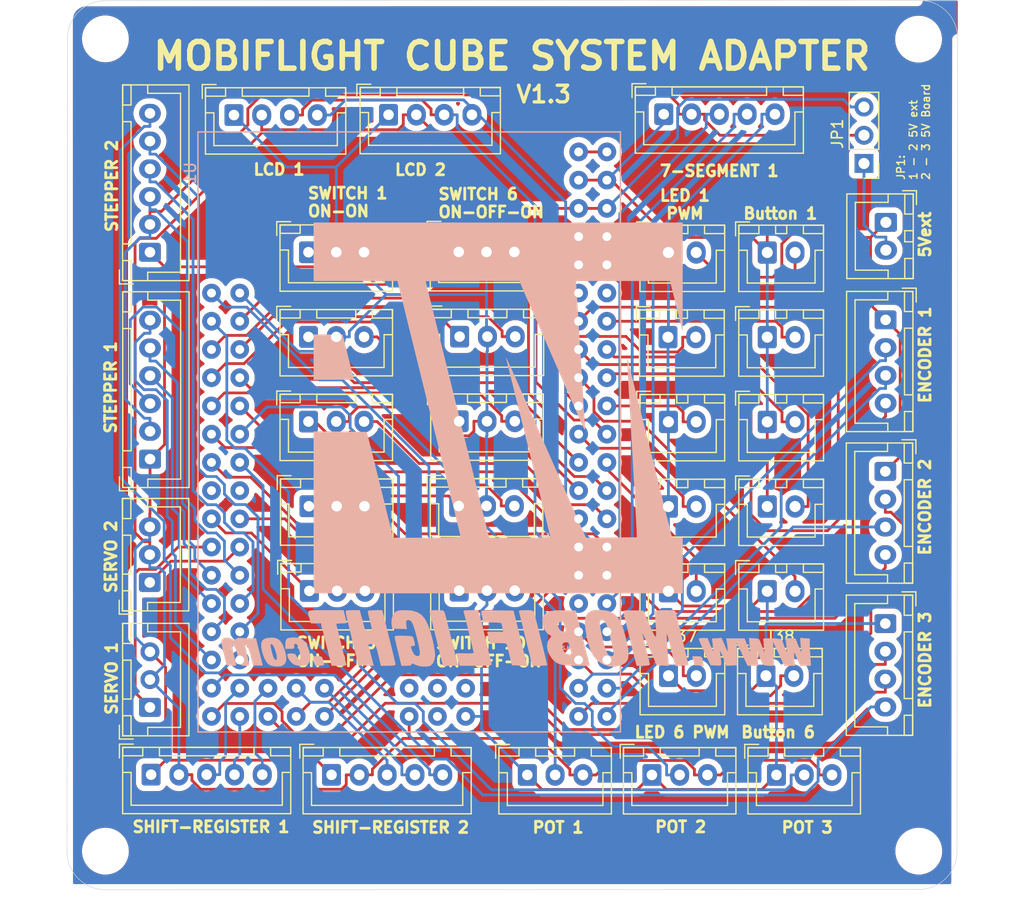
<source format=kicad_pcb>
(kicad_pcb (version 20211014) (generator pcbnew)
  (layers (0 "F.Cu" signal) (31 "B.Cu" signal) (34 "B.Paste" user) (35 "F.Paste" user) (36 "B.SilkS" user "B.Silkscreen") (37 "F.SilkS" user "F.Silkscreen") (38 "B.Mask" user) (39 "F.Mask" user) (44 "Edge.Cuts" user))
  (net 0 "")
  (net 1 "GND")
  (net 2 "/LED3")
  (net 3 "/LED4")
  (net 4 "/LED5")
  (net 5 "/DIN-1")
  (net 6 "/CS-1")
  (net 7 "/CLK-1")
  (net 8 "+5V")
  (net 9 "+5VD")
  (net 10 "/SCL")
  (net 11 "/SDA")
  (net 12 "Net-(U1-PadD24)")
  (net 13 "Net-(U1-PadVIN_1)")
  (net 14 "/BTN1")
  (net 15 "/BTN2")
  (net 16 "/BTN3")
  (net 17 "/BTN5")
  (net 18 "/LED1")
  (net 19 "/LED2")
  (net 20 "/SW1-3")
  (net 21 "/SW1-1")
  (net 22 "/SW2-1")
  (net 23 "/SW2-3")
  (net 24 "/SW3-3")
  (net 25 "/SW3-1")
  (net 26 "/SW4-1")
  (net 27 "/SW4-3")
  (net 28 "/SW5-3")
  (net 29 "/SW5-1")
  (net 30 "/SW6-3")
  (net 31 "/SW6-1")
  (net 32 "/SW7-1")
  (net 33 "/SW7-3")
  (net 34 "/SW8-3")
  (net 35 "/SW8-1")
  (net 36 "/SW9-1")
  (net 37 "/SW9-3")
  (net 38 "/SW10-3")
  (net 39 "/SW10-1")
  (net 40 "/SERVO1")
  (net 41 "/STEPPER1-3")
  (net 42 "/STEPPER1-4")
  (net 43 "/STEPPER1-5")
  (net 44 "/STEPPER1-6")
  (net 45 "/STEPPER2-6")
  (net 46 "/STEPPER2-5")
  (net 47 "/STEPPER2-4")
  (net 48 "/STEPPER2-3")
  (net 49 "/ENC1-2")
  (net 50 "/ENC1-3")
  (net 51 "/ENC1-SW")
  (net 52 "/ENC2-SW")
  (net 53 "/ENC2-3")
  (net 54 "/ENC2-2")
  (net 55 "/ENC3-2")
  (net 56 "/ENC3-3")
  (net 57 "/ENC3-SW")
  (net 58 "/POT1")
  (net 59 "/POT2")
  (net 60 "/POT3")
  (net 61 "/BTN4")
  (net 62 "/SERVO2")
  (net 63 "/SR1-3")
  (net 64 "/SR1-4")
  (net 65 "/SR1-5")
  (net 66 "/SR2-5")
  (net 67 "/SR2-4")
  (net 68 "/SR2-3")
  (net 69 "Net-(J23-Pad2)")
  (net 70 "Net-(U1-PadD26)")
  (net 71 "unconnected-(U1-Pad3V3_1)")
  (footprint "Connector_JST:JST_XH_B2B-XH-A_1x02_P2.50mm_Vertical" (layer "F.Cu") (at 125.567 64.5762)
    (fp_text reference "J1" hide)
    (fp_text value "Conn_01x02")
  )
  (footprint "Connector_JST:JST_XH_B2B-XH-A_1x02_P2.50mm_Vertical" (layer "F.Cu") (at 125.567 72.1962)
    (fp_text reference "J2" hide)
    (fp_text value "Conn_01x02")
  )
  (footprint "Connector_JST:JST_XH_B2B-XH-A_1x02_P2.50mm_Vertical" (layer "F.Cu") (at 125.567 79.8162)
    (fp_text reference "J3" hide)
    (fp_text value "Conn_01x02")
  )
  (footprint "Connector_JST:JST_XH_B2B-XH-A_1x02_P2.50mm_Vertical" (layer "F.Cu") (at 125.567 87.4362)
    (fp_text reference "J4" hide)
    (fp_text value "Conn_01x02")
  )
  (footprint "Connector_JST:JST_XH_B2B-XH-A_1x02_P2.50mm_Vertical" (layer "F.Cu") (at 125.567 95.0562)
    (fp_text reference "J5" hide)
    (fp_text value "Conn_01x02")
  )
  (footprint "Connector_JST:JST_XH_B2B-XH-A_1x02_P2.50mm_Vertical" (layer "F.Cu") (at 116.677 64.5762)
    (fp_text reference "J6" hide)
    (fp_text value "Conn_01x02")
  )
  (footprint "Connector_JST:JST_XH_B2B-XH-A_1x02_P2.50mm_Vertical" (layer "F.Cu") (at 116.637 72.1962)
    (fp_text reference "J7" hide)
    (fp_text value "Conn_01x02")
  )
  (footprint "Connector_JST:JST_XH_B2B-XH-A_1x02_P2.50mm_Vertical" (layer "F.Cu") (at 116.677 87.4362)
    (fp_text reference "J9" hide)
    (fp_text value "Conn_01x02")
  )
  (footprint "Connector_JST:JST_XH_B2B-XH-A_1x02_P2.50mm_Vertical" (layer "F.Cu") (at 116.677 95.0562)
    (fp_text reference "J10" hide)
    (fp_text value "Conn_01x02")
  )
  (footprint "Connector_JST:JST_XH_B3B-XH-A_1x03_P2.50mm_Vertical" (layer "F.Cu") (at 84.302 64.5508)
    (fp_text reference "J11" hide)
    (fp_text value "Conn_01x03")
  )
  (footprint "Connector_JST:JST_XH_B3B-XH-A_1x03_P2.50mm_Vertical" (layer "F.Cu") (at 84.302 72.1708)
    (fp_text reference "J12" hide)
    (fp_text value "Conn_01x03")
  )
  (footprint "Connector_JST:JST_XH_B3B-XH-A_1x03_P2.50mm_Vertical" (layer "F.Cu") (at 84.302 79.7908)
    (fp_text reference "J13" hide)
    (fp_text value "Conn_01x03")
  )
  (footprint "Connector_JST:JST_XH_B3B-XH-A_1x03_P2.50mm_Vertical" (layer "F.Cu") (at 84.342 87.4108)
    (fp_text reference "J14" hide)
    (fp_text value "Conn_01x03")
  )
  (footprint "Connector_JST:JST_XH_B3B-XH-A_1x03_P2.50mm_Vertical" (layer "F.Cu") (at 84.382 95.0308)
    (fp_text reference "J15" hide)
    (fp_text value "Conn_01x03")
  )
  (footprint "Connector_JST:JST_XH_B5B-XH-A_1x05_P2.50mm_Vertical" (layer "F.Cu") (at 70.148 111.5664)
    (fp_text reference "J27" hide)
    (fp_text value "Conn_01x05")
  )
  (footprint "Connector_JST:JST_XH_B5B-XH-A_1x05_P2.50mm_Vertical" (layer "F.Cu") (at 86.376 111.5824)
    (fp_text reference "J28" hide)
    (fp_text value "Conn_01x05")
  )
  (footprint "Connector_JST:JST_XH_B5B-XH-A_1x05_P2.50mm_Vertical" (layer "F.Cu") (at 116.255 52.1302)
    (fp_text reference "J29" hide)
    (fp_text value "Conn_01x05")
  )
  (footprint "Connector_JST:JST_XH_B4B-XH-A_1x04_P2.50mm_Vertical" (layer "F.Cu") (at 136.211 70.6374 -90)
    (fp_text reference "J30" hide)
    (fp_text value "Conn_01x04")
  )
  (footprint "Connector_JST:JST_XH_B4B-XH-A_1x04_P2.50mm_Vertical" (layer "F.Cu") (at 136.185 84.2772 -90)
    (fp_text reference "J31" hide)
    (fp_text value "Conn_01x04")
  )
  (footprint "Connector_JST:JST_XH_B4B-XH-A_1x04_P2.50mm_Vertical" (layer "F.Cu") (at 136.185 97.9678 -90)
    (fp_text reference "J32" hide)
    (fp_text value "Conn_01x04")
  )
  (footprint "Connector_JST:JST_XH_B3B-XH-A_1x03_P2.50mm_Vertical" (layer "F.Cu") (at 103.988 111.5914)
    (fp_text reference "J33" hide)
    (fp_text value "Conn_01x03")
  )
  (footprint "Connector_JST:JST_XH_B3B-XH-A_1x03_P2.50mm_Vertical" (layer "F.Cu") (at 115.189 111.5914)
    (fp_text reference "J34" hide)
    (fp_text value "Conn_01x03")
  )
  (footprint "Connector_JST:JST_XH_B3B-XH-A_1x03_P2.50mm_Vertical" (layer "F.Cu") (at 126.391 111.5914)
    (fp_text reference "J35" hide)
    (fp_text value "Conn_01x03")
  )
  (footprint "Connector_JST:JST_XH_B6B-XH-A_1x06_P2.50mm_Vertical" (layer "F.Cu") (at 70.044 64.5522 90)
    (fp_text reference "J24" hide)
    (fp_text value "Conn_01x06")
  )
  (footprint "Connector_JST:JST_XH_B4B-XH-A_1x04_P2.50mm_Vertical" (layer "F.Cu") (at 77.597 52.2092)
    (fp_text reference "J25" hide)
    (fp_text value "Conn_01x04")
  )
  (footprint "Connector_JST:JST_XH_B2B-XH-A_1x02_P2.50mm_Vertical" (layer "F.Cu") (at 116.677 79.8162)
    (fp_text reference "J8" hide)
    (fp_text value "Conn_01x02")
  )
  (footprint "Connector_JST:JST_XH_B2B-XH-A_1x02_P2.50mm_Vertical" (layer "F.Cu") (at 136.236 61.8636 -90)
    (fp_text reference "J36" hide)
    (fp_text value "Conn_01x02")
  )
  (footprint "MountingHole:MountingHole_3.2mm_M3" (layer "F.Cu") (at 66.04 45.35)
    (fp_text reference "REF**1" hide)
    (fp_text value "MountingHole_3.2mm_M3")
  )
  (footprint "MountingHole:MountingHole_3.2mm_M3" (layer "F.Cu") (at 139.192 118.45)
    (fp_text reference "REF**4" hide)
    (fp_text value "MountingHole_3.2mm_M3")
  )
  (footprint "MountingHole:MountingHole_3.2mm_M3" (layer "F.Cu") (at 139.175 45.375)
    (fp_text reference "REF**2" hide)
    (fp_text value "MountingHole_3.2mm_M3")
  )
  (footprint "MountingHole:MountingHole_3.2mm_M3" (layer "F.Cu") (at 66.04 118.45)
    (fp_text reference "REF**3" hide)
    (fp_text value "MountingHole_3.2mm_M3")
  )
  (footprint "Connector_JST:JST_XH_B4B-XH-A_1x04_P2.50mm_Vertical" (layer "F.Cu") (at 91.505 52.181)
    (fp_text reference "J26" hide)
    (fp_text value "Conn_01x04")
  )
  (footprint "Connector_JST:JST_XH_B3B-XH-A_1x03_P2.50mm_Vertical" (layer "F.Cu") (at 97.857 95.0054)
    (fp_text reference "J20" hide)
    (fp_text value "Conn_01x03")
  )
  (footprint "Connector_JST:JST_XH_B3B-XH-A_1x03_P2.50mm_Vertical" (layer "F.Cu") (at 97.817 64.5254)
    (fp_text reference "J16" hide)
    (fp_text value "Conn_01x03")
  )
  (footprint "Connector_JST:JST_XH_B3B-XH-A_1x03_P2.50mm_Vertical" (layer "F.Cu") (at 97.817 87.3854)
    (fp_text reference "J19" hide)
    (fp_text value "Conn_01x03")
  )
  (footprint "Connector_JST:JST_XH_B3B-XH-A_1x03_P2.50mm_Vertical" (layer "F.Cu") (at 97.857 79.7654)
    (fp_text reference "J18" hide)
    (fp_text value "Conn_01x03")
  )
  (footprint "Connector_JST:JST_XH_B3B-XH-A_1x03_P2.50mm_Vertical" (layer "F.Cu") (at 97.897 72.1454)
    (fp_text reference "J17" hide)
    (fp_text value "Conn_01x03")
  )
  (footprint "Connector_JST:JST_XH_B3B-XH-A_1x03_P2.50mm_Vertical" (layer "F.Cu") (at 70.044 105.5114 90)
    (fp_text reference "J21" hide)
    (fp_text value "Conn_01x03")
  )
  (footprint "Connector_JST:JST_XH_B6B-XH-A_1x06_P2.50mm_Vertical" (layer "F.Cu") (at 70.053 83.169 90)
    (fp_text reference "J23" hide)
    (fp_text value "Conn_01x06")
  )
  (footprint "Connector_JST:JST_XH_B3B-XH-A_1x03_P2.50mm_Vertical" (layer "F.Cu") (at 70.028 94.2688 90)
    (fp_text reference "J22" hide)
    (fp_text value "Conn_01x03")
  )
  (footprint "Connector_PinHeader_2.54mm:PinHeader_1x03_P2.54mm_Vertical" (layer "F.Cu") (at 134.2644 56.5658 180)
    (fp_text reference "JP1")
    (fp_text value "Jumper_3_Open")
  )
  (footprint "Connector_JST:JST_XH_B2B-XH-A_1x02_P2.50mm_Vertical" (layer "F.Cu") (at 116.6876 102.6668)
    (fp_text reference "J37")
    (fp_text value "Conn_01x02")
  )
  (footprint "Connector_JST:JST_XH_B2B-XH-A_1x02_P2.50mm_Vertical" (layer "F.Cu") (at 125.4506 102.6668)
    (fp_text reference "J38")
    (fp_text value "Conn_01x02")
  )
  (footprint "MODULE_MEGA_PRO_EMBED_CH340G_:_ATMEGA2560" (layer "B.Cu") (at 93.361 80.7244 -90)
    (fp_text reference "U1")
    (fp_text value "MEGA_PRO_EMBED_CH340G___ATMEGA2560")
  )
  (footprint "Logo:MF_1" (layer "B.Cu") (at 102.9716 81.8642 180)
    (fp_text reference "G***" hide)
    (fp_text value "LOGO" hide)
  )
  (gr_line (start 66.05 41.91) (end 139.271695 41.878305) (layer "Edge.Cuts") (width 0.05))
  (gr_line (start 62.588305 118.491695) (end 62.63 45.33) (layer "Edge.Cuts") (width 0.05))
  (gr_arc (start 66.008305 121.911695) (mid 63.59 120.91) (end 62.588305 118.491695) (layer "Edge.Cuts") (width 0.05))
  (gr_line (start 142.691695 45.298305) (end 142.631695 118.471695) (layer "Edge.Cuts") (width 0.05))
  (gr_arc (start 142.631695 118.471695) (mid 141.63 120.89) (end 139.211695 121.891695) (layer "Edge.Cuts") (width 0.05))
  (gr_arc (start 139.271695 41.878305) (mid 141.69 42.88) (end 142.691695 45.298305) (layer "Edge.Cuts") (width 0.05))
  (gr_line (start 139.211695 121.891695) (end 66.008305 121.911695) (layer "Edge.Cuts") (width 0.05))
  (gr_arc (start 62.63 45.33) (mid 63.631695 42.911695) (end 66.05 41.91) (layer "Edge.Cuts") (width 0.05))
  (gr_text "S.H." (at 107.5436 100.1776) (layer "B.SilkS") (effects (font (size 0.3 0.3) (thickness 0.075))))
  (gr_text "S.H." (at 105.5116 90.0176) (layer "B.SilkS") (effects (font (size 0.3 0.3) (thickness 0.075)) (justify mirror)))
  (gr_text "Button 6" (at 126.5428 107.7468) (layer "F.SilkS") (effects (font (size 1 1) (thickness 0.25))))
  (gr_text "LED 1\nPWM" (at 118.1608 60.2582) (layer "F.SilkS") (effects (font (size 1 1) (thickness 0.25))))
  (gr_text "LED 6 PWM" (at 117.9068 107.7468) (layer "F.SilkS") (effects (font (size 1 1) (thickness 0.25))))
  (gr_text "SWITCH 10\nON-OFF-ON" (at 95.6394 100.5426) (layer "F.SilkS") (effects (font (size 1 1) (thickness 0.25)) (justify left)))
  (gr_text "7-SEGMENT 1" (at 121.255 57.2356) (layer "F.SilkS") (effects (font (size 1 1) (thickness 0.25))))
  (gr_text "ENCODER 1" (at 139.755 73.787 90) (layer "F.SilkS") (effects (font (size 1 1) (thickness 0.25))))
  (gr_text "ENCODER 3" (at 139.755 101.2444 90) (layer "F.SilkS") (effects (font (size 1 1) (thickness 0.25))))
  (gr_text "SHIFT-REGISTER 1" (at 75.5396 116.2652) (layer "F.SilkS") (effects (font (size 1 1) (thickness 0.25))))
  (gr_text "SHIFT-REGISTER 2" (at 91.694 116.316) (layer "F.SilkS") (effects (font (size 1 1) (thickness 0.25))))
  (gr_text "POT 1" (at 106.7562 116.316) (layer "F.SilkS") (effects (font (size 1 1) (thickness 0.25))))
  (gr_text "POT 2" (at 117.7798 116.2652) (layer "F.SilkS") (effects (font (size 1 1) (thickness 0.25))))
  (gr_text "POT 3" (at 129.159 116.316) (layer "F.SilkS") (effects (font (size 1 1) (thickness 0.25))))
  (gr_text "LCD 1" (at 81.661 57.1086) (layer "F.SilkS") (effects (font (size 1 1) (thickness 0.25))))
  (gr_text "LCD 2" (at 94.377 57.1292) (layer "F.SilkS") (effects (font (size 1 1) (thickness 0.25))))
  (gr_text "ENCODER 2" (at 139.7414 87.4776 90) (layer "F.SilkS") (effects (font (size 1 1) (thickness 0.25))))
  (gr_text "SWITCH 1\nON-ON" (at 84.1218 60.0508) (layer "F.SilkS") (effects (font (size 1 1) (thickness 0.25)) (justify left)))
  (gr_text "SWITCH 5\nON-OFF" (at 83.1088 100.5172) (layer "F.SilkS") (effects (font (size 1 1) (thickness 0.25)) (justify left)))
  (gr_text "5Vext" (at 139.755 62.9666 90) (layer "F.SilkS") (effects (font (size 1 1) (thickness 0.25))))
  (gr_text "SWITCH 6\nON-OFF-ON" (at 95.8616 60.1312) (layer "F.SilkS") (effects (font (size 1 1) (thickness 0.25)) (justify left)))
  (gr_text "SERVO 1" (at 66.5988 102.9048 90) (layer "F.SilkS") (effects (font (size 1 1) (thickness 0.25))))
  (gr_text "STEPPER 1" (at 66.5132 76.708 90) (layer "F.SilkS") (effects (font (size 1 1) (thickness 0.25))))
  (gr_text "SERVO 2" (at 66.5386 91.948 90) (layer "F.SilkS") (effects (font (size 1 1) (thickness 0.25))))
  (gr_text "STEPPER 2" (at 66.6148 58.5818 90) (layer "F.SilkS") (effects (font (size 1 1) (thickness 0.25))))
  (gr_text "JP1:\n1 - 2 5V ext\n2 - 3 5V Board" (at 138.7094 58.1152 90) (layer "F.SilkS") (effects (font (size 0.7 0.7) (thickness 0.125)) (justify left)))
  (gr_text "V1.3" (at 105.4608 50.3428) (layer "F.SilkS") (effects (font (size 1.5 1.5) (thickness 0.3))))
  (gr_text "Button 1" (at 126.746 61.071) (layer "F.SilkS") (effects (font (size 1 1) (thickness 0.25))))
  (gr_text "MOBIFLIGHT CUBE SYSTEM ADAPTER" (at 102.6 46.9) (layer "F.SilkS") (effects (font (size 2.4 2.4) (thickness 0.5))))
  (segment (start 70.148 111.5664) (end 71.4519 110.2625) (width 0.25) (layer "F.Cu") (net 1))
  (segment (start 85.6267 64.5508) (end 85.6267 65.4323) (width 0.25) (layer "F.Cu") (net 1))
  (segment (start 70.053 88.0685) (end 70.053 83.169) (width 0.25) (layer "F.Cu") (net 1))
  (segment (start 98.7556 81.073) (end 99.1817 80.6469) (width 0.25) (layer "F.Cu") (net 1))
  (segment (start 85.6267 65.4323) (end 85.1965 65.8625) (width 0.25) (layer "F.Cu") (net 1))
  (segment (start 116.677 64.5762) (end 116.677 63.2206) (width 0.25) (layer "F.Cu") (net 1))
  (segment (start 113.8818 112.8986) (end 115.189 111.5914) (width 0.25) (layer "F.Cu") (net 1))
  (segment (start 124.2114 63.2206) (end 125.567 64.5762) (width 0.25) (layer "F.Cu") (net 1))
  (segment (start 87.9773 79.2766) (end 88.7686 78.4853) (width 0.25) (layer "F.Cu") (net 1))
  (segment (start 96.8694 81.073) (end 98.7556 81.073) (width 0.25) (layer "F.Cu") (net 1))
  (segment (start 116.677 63.2206) (end 111.5208 58.0644) (width 0.25) (layer "F.Cu") (net 1))
  (segment (start 99.1817 80.6469) (end 99.1817 79.7654) (width 0.25) (layer "F.Cu") (net 1))
  (segment (start 116.677 95.0562) (end 118.0088 96.388) (width 0.25) (layer "F.Cu") (net 1))
  (segment (start 136.236 61.8636) (end 136.2107 61.8636) (width 0.25) (layer "F.Cu") (net 1))
  (segment (start 86.802 79.7908) (end 87.9773 79.7908) (width 0.25) (layer "F.Cu") (net 1))
  (segment (start 125.567 62.8756) (end 125.567 64.5762) (width 0.25) (layer "F.Cu") (net 1))
  (segment (start 71.4519 101.9193) (end 71.4519 110.2625) (width 0.25) (layer "F.Cu") (net 1))
  (segment (start 85.0561 110.2625) (end 86.376 111.5824) (width 0.25) (layer "F.Cu") (net 1))
  (segment (start 71.4519 110.2625) (end 85.0561 110.2625) (width 0.25) (layer "F.Cu") (net 1))
  (segment (start 137.5209 71.9473) (end 137.5209 82.9413) (width 0.25) (layer "F.Cu") (net 1))
  (segment (start 105.2952 112.8986) (end 113.8818 112.8986) (width 0.25) (layer "F.Cu") (net 1))
  (segment (start 124.2352 96.388) (end 125.567 95.0562) (width 0.25) (layer "F.Cu") (net 1))
  (segment (start 71.3543 65.8625) (end 70.044 64.5522) (width 0.25) (layer "F.Cu") (net 1))
  (segment (start 118.0088 96.388) (end 124.2352 96.388) (width 0.25) (layer "F.Cu") (net 1))
  (segment (start 134.8544 63.2199) (end 133.5525 63.2199) (width 0.25) (layer "F.Cu") (net 1))
  (segment (start 70.028 88.0935) (end 70.053 88.0685) (width 0.25) (layer "F.Cu") (net 1))
  (segment (start 71.3543 65.8625) (end 71.3543 81.8677) (width 0.25) (layer "F.Cu") (net 1))
  (segment (start 136.211 70.6374) (end 137.5209 71.9473) (width 0.25) (layer "F.Cu") (net 1))
  (segment (start 125.0878 112.8946) (end 126.391 111.5914) (width 0.25) (layer "F.Cu") (net 1))
  (segment (start 88.7686 78.4853) (end 94.2817 78.4853) (width 0.25) (layer "F.Cu") (net 1))
  (segment (start 71.3543 81.8677) (end 70.053 83.169) (width 0.25) (layer "F.Cu") (net 1))
  (segment (start 103.988 111.5914) (end 105.2952 112.8986) (width 0.25) (layer "F.Cu") (net 1))
  (segment (start 108.601 58.0644) (end 111.141 58.0644) (width 0.25) (layer "F.Cu") (net 1))
  (segment (start 137.5209 82.9413) (end 136.185 84.2772) (width 0.25) (layer "F.Cu") (net 1))
  (segment (start 134.8544 63.2199) (end 134.8544 69.2808) (width 0.25) (layer "F.Cu") (net 1))
  (segment (start 86.802 64.5508) (end 85.6267 64.5508) (width 0.25) (layer "F.Cu") (net 1))
  (segment (start 94.2817 78.4853) (end 96.8694 81.073) (width 0.25) (layer "F.Cu") (net 1))
  (segment (start 70.028 89.2688) (end 70.028 88.0935) (width 0.25) (layer "F.Cu") (net 1))
  (segment (start 125.4506 102.6668) (end 124.1037 104.0137) (width 0.25) (layer "F.Cu") (net 1))
  (segment (start 132.1308 61.7982) (end 126.6444 61.7982) (width 0.25) (layer "F.Cu") (net 1))
  (segment (start 116.677 63.2206) (end 124.2114 63.2206) (width 0.25) (layer "F.Cu") (net 1))
  (segment (start 125.567 79.8162) (end 125.567 87.4362) (width 0.25) (layer "F.Cu") (net 1))
  (segment (start 70.044 100.5114) (end 71.4519 101.9193) (width 0.25) (layer "F.Cu") (net 1))
  (segment (start 124.1037 104.0137) (end 118.0345 104.0137) (width 0.25) (layer "F.Cu") (net 1))
  (segment (start 133.5525 63.2199) (end 132.1308 61.7982) (width 0.25) (layer "F.Cu") (net 1))
  (segment (start 136.2107 61.8636) (end 134.8544 63.2199) (width 0.25) (layer "F.Cu") (net 1))
  (segment (start 115.189 111.5914) (end 116.4922 112.8946) (width 0.25) (layer "F.Cu") (net 1))
  (segment (start 111.5208 58.0644) (end 111.141 58.0644) (width 0.25) (layer "F.Cu") (net 1))
  (segment (start 126.6444 61.7982) (end 125.567 62.8756) (width 0.25) (layer "F.Cu") (net 1))
  (segment (start 118.0345 104.0137) (end 116.6876 102.6668) (width 0.25) (layer "F.Cu") (net 1))
  (segment (start 116.4922 112.8946) (end 125.0878 112.8946) (width 0.25) (layer "F.Cu") (net 1))
  (segment (start 134.8544 69.2808) (end 136.211 70.6374) (width 0.25) (layer "F.Cu") (net 1))
  (segment (start 100.357 79.7654) (end 99.1817 79.7654) (width 0.25) (layer "F.Cu") (net 1))
  (segment (start 87.9773 79.7908) (end 87.9773 79.2766) (width 0.25) (layer "F.Cu") (net 1))
  (segment (start 85.1965 65.8625) (end 71.3543 65.8625) (width 0.25) (layer "F.Cu") (net 1))
  (segment (start 125.567 72.1962) (end 125.567 64.5762) (width 0.25) (layer "B.Cu") (net 1))
  (segment (start 100.357 73.4857) (end 100.357 79.7654) (width 0.25) (layer "B.Cu") (net 1))
  (segment (start 116.637 72.1962) (end 116.677 72.1562) (width 0.25) (layer "B.Cu") (net 1))
  (segment (start 87.9773 64.5508) (end 87.9773 65.0576) (width 0.25) (layer "B.Cu") (net 1))
  (segment (start 116.677 72.1562) (end 116.677 64.5762) (width 0.25) (layer "B.Cu") (net 1))
  (segment (start 100.317 87.3854) (end 100.317 81.1057) (width 0.25) (layer "B.Cu") (net 1))
  (segment (start 100.397 72.4847) (end 100.317 72.4047) (width 0.25) (layer "B.Cu") (net 1))
  (segment (start 99.8682 96.7945) (end 100.357 96.3057) (width 0.25) (layer "B.Cu") (net 1))
  (segment (start 99.8682 106.3244) (end 99.8682 96.7945) (width 0.25) (layer "B.Cu") (net 1))
  (segment (start 87.9773 71.6566) (end 87.9773 72.1708) (width 0.25) (layer "B.Cu") (net 1))
  (segment (start 86.842 86.1105) (end 86.802 86.0705) (width 0.25) (layer "B.Cu") (net 1))
  (segment (start 126.391 103.6072) (end 125.4506 102.6668) (width 0.25) (layer "B.Cu") (net 1))
  (segment (start 98.7057 93.6479) (end 99.1817 94.1239) (width 0.25) (layer "B.Cu") (net 1))
  (segment (start 69.5138 90.4441) (end 68.7135 91.2444) (width 0.25) (layer "B.Cu") (net 1))
  (segment (start 125.4506 98.0842) (end 125.567 97.9678) (width 0.25) (layer "B.Cu") (net 1))
  (segment (start 99.1817 94.1239) (end 99.1817 95.0054) (width 0.25) (layer "B.Cu") (net 1))
  (segment (start 100.317 72.4047) (end 100.317 68.3571) (width 0.25) (layer "B.Cu") (net 1))
  (segment (start 86.842 87.4108) (end 86.842 88.7111) (width 0.25) (layer "B.Cu") (net 1))
  (segment (start 86.882 88.7511) (end 86.842 88.7111) (width 0.25) (layer "B.Cu") (net 1))
  (segment (start 70.028 90.4441) (end 69.5138 90.4441) (width 0.25) (layer "B.Cu") (net 1))
  (segment (start 86.802 56.884) (end 86.802 64.5508) (width 0.25) (layer "B.Cu") (net 1))
  (segment (start 125.567 97.9678) (end 136.185 97.9678) (width 0.25) (layer "B.Cu") (net 1))
  (segment (start 99.8682 107.4716) (end 99.8682 106.3244) (width 0.25) (layer "B.Cu") (net 1))
  (segment (start 125.4506 102.6668) (end 125.4506 98.0842) (width 0.25) (layer "B.Cu") (net 1))
  (segment (start 116.637 79.7762) (end 116.637 72.1962) (width 0.25) (layer "B.Cu") (net 1))
  (segment (start 86.882 93.6479) (end 98.7057 93.6479) (width 0.25) (layer "B.Cu") (net 1))
  (segment (start 86.882 95.0308) (end 86.882 93.7305) (width 0.25) (layer "B.Cu") (net 1))
  (segment (start 87.9773 65.0576) (end 91.2768 68.3571) (width 0.25) (layer "B.Cu") (net 1))
  (segment (start 125.567 79.8162) (end 125.567 72.1962) (width 0.25) (layer "B.Cu") (net 1))
  (segment (start 86.802 72.1708) (end 87.9773 72.1708) (width 0.25) (layer "B.Cu") (net 1))
  (segment (start 91.2768 68.3571) (end 87.9773 71.6566) (width 0.25) (layer "B.Cu") (net 1))
  (segment (start 82.2718 56.884) (end 86.802 56.884) (width 0.25) (layer "B.Cu") (net 1))
  (segment (start 86.882 93.7305) (end 86.882 93.6479) (width 0.25) (layer "B.Cu") (net 1))
  (segment (start 70.028 89.2688) (end 70.028 90.4441) (width 0.25) (layer "B.Cu") (net 1))
  (segment (start 116.677 79.8162) (end 116.637 79.7762) (width 0.25) (layer "B.Cu") (net 1))
  (segment (start 100.357 79.7654) (end 100.357 81.0657) (width 0.25) (layer "B.Cu") (net 1))
  (segment (start 100.317 68.3571) (end 91.2768 68.3571) (width 0.25) (layer "B.Cu") (net 1))
  (segment (start 86.882 93.6479) (end 86.882 88.7511) (width 0.25) (layer "B.Cu") (net 1))
  (segment (start 77.597 52.2092) (end 82.2718 56.884) (width 0.25) (layer "B.Cu") (net 1))
  (segment (start 103.988 111.5914) (end 99.8682 107.4716) (width 0.25) (layer "B.Cu") (net 1))
  (segment (start 100.397 72.1454) (end 100.397 72.4847) (width 0.25) (layer "B.Cu") (net 1))
  (segment (start 100.317 81.1057) (end 100.357 81.0657) (width 0.25) (layer "B.Cu") (net 1))
  (segment (start 116.677 79.8162) (end 116.677 87.4362) (width 0.25) (layer "B.Cu") (net 1))
  (segment (start 126.391 111.5914) (end 126.391 103.6072) (width 0.25) (layer "B.Cu") (net 1))
  (segment (start 86.842 87.4108) (end 86.842 86.1105) (width 0.25) (layer "B.Cu") (net 1))
  (segment (start 100.317 68.3571) (end 100.317 64.5254) (width 0.25) (layer "B.Cu") (net 1))
  (segment (start 86.802 64.5508) (end 87.9773 64.5508) (width 0.25) (layer "B.Cu") (net 1))
  (segment (start 116.255 52.9504) (end 116.255 52.1302) (width 0.25) (layer "B.Cu") (net 1))
  (segment (start 100.357 95.0054) (end 99.1817 95.0054) (width 0.25) (layer "B.Cu") (net 1))
  (segment (start 116.677 95.0562) (end 116.677 87.4362) (width 0.25) (layer "B.Cu") (net 1))
  (segment (start 100.397 73.4457) (end 100.357 73.4857) (width 0.25) (layer "B.Cu") (net 1))
  (segment (start 100.397 72.4847) (end 100.397 73.4457) (width 0.25) (layer "B.Cu") (net 1))
  (segment (start 91.505 52.181) (end 86.802 56.884) (width 0.25) (layer "B.Cu") (net 1))
  (segment (start 111.141 58.0644) (end 116.255 52.9504) (width 0.25) (layer "B.Cu") (net 1))
  (segment (start 68.7135 91.2444) (end 68.7135 99.1809) (width 0.25) (layer "B.Cu") (net 1))
  (segment (start 68.7135 99.1809) (end 70.044 100.5114) (width 0.25) (layer "B.Cu") (net 1))
  (segment (start 125.567 95.0562) (end 125.567 97.9678) (width 0.25) (layer "B.Cu") (net 1))
  (segment (start 99.8682 106.3244) (end 98.441 106.3244) (width 0.25) (layer "B.Cu") (net 1))
  (segment (start 100.357 95.0054) (end 100.357 96.3057) (width 0.25) (layer "B.Cu") (net 1))
  (segment (start 86.802 86.0705) (end 86.802 79.7908) (width 0.25) (layer "B.Cu") (net 1))
  (segment (start 111.141 78.3844) (end 117.4514 78.3844) (width 0.25) (layer "F.Cu") (net 2))
  (segment (start 118.0017 78.9347) (end 118.0017 79.8162) (width 0.25) (layer "F.Cu") (net 2))
  (segment (start 119.177 79.8162) (end 118.0017 79.8162) (width 0.25) (layer "F.Cu") (net 2))
  (segment (start 117.4514 78.3844) (end 118.0017 78.9347) (width 0.25) (layer "F.Cu") (net 2))
  (segment (start 118.0017 86.5547) (end 118.0017 87.4362) (width 0.25) (layer "F.Cu") (net 3))
  (segment (start 119.177 87.4362) (end 118.0017 87.4362) (width 0.25) (layer "F.Cu") (net 3))
  (segment (start 113.6414 82.1944) (end 118.0017 86.5547) (width 0.25) (layer "F.Cu") (net 3))
  (segment (start 109.871 82.1944) (end 113.6414 82.1944) (width 0.25) (layer "F.Cu") (net 3))
  (segment (start 108.601 80.9244) (end 109.871 82.1944) (width 0.25) (layer "F.Cu") (net 3))
  (segment (start 111.141 83.4644) (end 111.141 84.0667) (width 0.25) (layer "F.Cu") (net 4))
  (segment (start 119.177 92.1027) (end 119.177 95.0562) (width 0.25) (layer "F.Cu") (net 4))
  (segment (start 111.141 84.0667) (end 119.177 92.1027) (width 0.25) (layer "F.Cu") (net 4))
  (segment (start 112.3046 95.0008) (end 112.3046 61.0806) (width 0.25) (layer "B.Cu") (net 5))
  (segment (start 111.141 96.1644) (end 112.3046 95.0008) (width 0.25) (layer "B.Cu") (net 5))
  (segment (start 120.0797 53.3055) (end 120.0797 52.1302) (width 0.25) (layer "B.Cu") (net 5))
  (segment (start 121.255 52.1302) (end 120.0797 52.1302) (width 0.25) (layer "B.Cu") (net 5))
  (segment (start 112.3046 61.0806) (end 120.0797 53.3055) (width 0.25) (layer "B.Cu") (net 5))
  (segment (start 113.4198 62.4654) (end 122.5797 53.3055) (width 0.25) (layer "B.Cu") (net 6))
  (segment (start 122.5797 53.3055) (end 122.5797 52.1302) (width 0.25) (layer "B.Cu") (net 6))
  (segment (start 113.4198 96.4256) (end 113.4198 62.4654) (width 0.25) (layer "B.Cu") (net 6))
  (segment (start 111.141 98.7044) (end 113.4198 96.4256) (width 0.25) (layer "B.Cu") (net 6))
  (segment (start 123.755 52.1302) (end 122.5797 52.1302) (width 0.25) (layer "B.Cu") (net 6))
  (segment (start 126.255 52.1302) (end 125.0797 52.1302) (width 0.25) (layer "B.Cu") (net 7))
  (segment (start 115.3007 97.0847) (end 115.3007 63.0845) (width 0.25) (layer "B.Cu") (net 7))
  (segment (start 115.3007 63.0845) (end 125.0797 53.3055) (width 0.25) (layer "B.Cu") (net 7))
  (segment (start 125.0797 53.3055) (end 125.0797 52.1302) (width 0.25) (layer "B.Cu") (net 7))
  (segment (start 111.141 101.2444) (end 115.3007 97.0847) (width 0.25) (layer "B.Cu") (net 7))
  (segment (start 70.028 90.5935) (end 69.5138 90.5935) (width 0.25) (layer "F.Cu") (net 8))
  (segment (start 80.097 53.5269) (end 80.097 52.2092) (width 0.25) (layer "F.Cu") (net 8))
  (segment (start 105.0387 108.3032) (end 107.8127 111.0772) (width 0.25) (layer "F.Cu") (net 8))
  (segment (start 129.4113 110.2728) (end 122.6829 110.2728) (width 0.25) (layer "F.Cu") (net 8))
  (segment (start 130.2157 111.0772) (end 129.4113 110.2728) (width 0.25) (layer "F.Cu") (net 8))
  (segment (start 108.601 60.6044) (end 111.141 60.6044) (width 0.25) (layer "F.Cu") (net 8))
  (segment (start 80.097 53.8171) (end 80.097 53.5269) (width 0.25) (layer "F.Cu") (net 8))
  (segment (start 90.0513 111.0682) (end 90.0513 111.5824) (width 0.25) (layer "F.Cu") (net 8))
  (segment (start 87.2808 112.8838) (end 87.7007 112.4639) (width 0.25) (layer "F.Cu") (net 8))
  (segment (start 94.005 52.181) (end 92.8297 52.181) (width 0.25) (layer "F.Cu") (net 8))
  (segment (start 108.988 111.5914) (end 110.1633 111.5914) (width 0.25) (layer "F.Cu") (net 8))
  (segment (start 92.3653 53.5269) (end 92.8297 53.0625) (width 0.25) (layer "F.Cu") (net 8))
  (segment (start 72.648 111.5664) (end 73.8233 111.5664) (width 0.25) (layer "F.Cu") (net 8))
  (segment (start 119.0137 111.0772) (end 119.0137 111.5914) (width 0.25) (layer "F.Cu") (net 8))
  (segment (start 69.1385 63.3017) (end 70.6124 63.3017) (width 0.25) (layer "F.Cu") (net 8))
  (segment (start 69.5138 90.5935) (end 68.7059 89.7856) (width 0.25) (layer "F.Cu") (net 8))
  (segment (start 120.189 111.5914) (end 119.0137 111.5914) (width 0.25) (layer "F.Cu") (net 8))
  (segment (start 88.876 111.5824) (end 87.7007 111.5824) (width 0.25) (layer "F.Cu") (net 8))
  (segment (start 68.7059 63.7343) (end 69.1385 63.3017) (width 0.25) (layer "F.Cu") (net 8))
  (segment (start 110.1633 111.5914) (end 111.4652 110.2895) (width 0.25) (layer "F.Cu") (net 8))
  (segment (start 73.8233 111.5664) (end 73.8233 112.0806) (width 0.25) (layer "F.Cu") (net 8))
  (segment (start 107.8127 111.0772) (end 107.8127 111.5914) (width 0.25) (layer "F.Cu") (net 8))
  (segment (start 108.988 111.5914) (end 107.8127 111.5914) (width 0.25) (layer "F.Cu") (net 8))
  (segment (start 131.391 111.5914) (end 130.2157 111.5914) (width 0.25) (layer "F.Cu") (net 8))
  (segment (start 92.8163 108.3032) (end 90.0513 111.0682) (width 0.25) (layer "F.Cu") (net 8))
  (segment (start 93.361 108.3032) (end 92.8163 108.3032) (width 0.25) (layer "F.Cu") (net 8))
  (segment (start 73.8233 112.0806) (end 74.6265 112.8838) (width 0.25) (layer "F.Cu") (net 8))
  (segment (start 102.4284 60.6044) (end 108.601 60.6044) (width 0.25) (layer "F.Cu") (net 8))
  (segment (start 70.028 91.7688) (end 70.028 90.5935) (width 0.25) (layer "F.Cu") (net 8))
  (segment (start 87.7007 112.4639) (end 87.7007 111.5824) (width 0.25) (layer "F.Cu") (net 8))
  (segment (start 94.005 52.181) (end 102.4284 60.6044) (width 0.25) (layer "F.Cu") (net 8))
  (segment (start 88.876 111.5824) (end 90.0513 111.5824) (width 0.25) (layer "F.Cu") (net 8))
  (segment (start 92.8297 53.0625) (end 92.8297 52.181) (width 0.25) (layer "F.Cu") (net 8))
  (segment (start 122.6829 110.2728) (end 121.3643 111.5914) (width 0.25) (layer "F.Cu") (net 8))
  (segment (start 80.097 53.5269) (end 92.3653 53.5269) (width 0.25) (layer "F.Cu") (net 8))
  (segment (start 111.4652 110.2895) (end 118.226 110.2895) (width 0.25) (layer "F.Cu") (net 8))
  (segment (start 74.6265 112.8838) (end 87.2808 112.8838) (width 0.25) (layer "F.Cu") (net 8))
  (segment (start 120.189 111.5914) (end 121.3643 111.5914) (width 0.25) (layer "F.Cu") (net 8))
  (segment (start 130.2157 111.5914) (end 130.2157 111.0772) (width 0.25) (layer "F.Cu") (net 8))
  (segment (start 93.361 108.3032) (end 105.0387 108.3032) (width 0.25) (layer "F.Cu") (net 8))
  (segment (start 93.361 106.3244) (end 93.361 108.3032) (width 0.25) (layer "F.Cu") (net 8))
  (segment (start 118.226 110.2895) (end 119.0137 111.0772) (width 0.25) (layer "F.Cu") (net 8))
  (segment (start 68.7059 89.7856) (end 68.7059 63.7343) (width 0.25) (layer "F.Cu") (net 8))
  (segment (start 70.6124 63.3017) (end 80.097 53.8171) (width 0.25) (layer "F.Cu") (net 8))
  (segment (start 71.3535 93.3881) (end 71.3535 101.7019) (width 0.25) (layer "B.Cu") (net 8))
  (segment (start 117.5055 51.561) (end 118.2681 50.7984) (width 0.25) (layer "B.Cu") (net 8))
  (segment (start 117.5055 54.2399) (end 117.5055 51.561) (width 0.25) (layer "B.Cu") (net 8))
  (segment (start 118.2681 50.7984) (end 132.4017 50.7984) (width 0.25) (layer "B.Cu") (net 8))
  (segment (start 70.028 92.9441) (end 70.9095 92.9441) (width 0.25) (layer "B.Cu") (net 8))
  (segment (start 134.2644 51.4858) (end 133.0891 51.4858) (width 0.25) (layer "B.Cu") (net 8))
  (segment (start 111.141 60.6044) (end 117.5055 54.2399) (width 0.25) (layer "B.Cu") (net 8))
  (segment (start 132.4017 50.7984) (end 133.0891 51.4858) (width 0.25) (layer "B.Cu") (net 8))
  (segment (start 72.648 105.6154) (end 70.044 103.0114) (width 0.25) (layer "B.Cu") (net 8))
  (segment (start 70.028 91.7688) (end 70.028 92.9441) (width 0.25) (layer "B.Cu") (net 8))
  (segment (start 71.3535 101.7019) (end 70.044 103.0114) (width 0.25) (layer "B.Cu") (net 8))
  (segment (start 72.648 111.5664) (end 72.648 105.6154) (width 0.25) (layer "B.Cu") (net 8))
  (segment (start 70.9095 92.9441) (end 71.3535 93.3881) (width 0.25) (layer "B.Cu") (net 8))
  (segment (start 134.2644 56.5658) (end 134.2644 62.0982) (width 0.25) (layer "B.Cu") (net 9))
  (segment (start 136.236 64.3636) (end 136.236 63.1883) (width 0.25) (layer "B.Cu") (net 9))
  (segment (start 134.2644 62.0982) (end 135.3545 63.1883) (width 0.25) (layer "B.Cu") (net 9))
  (segment (start 135.3545 63.1883) (end 136.236 63.1883) (width 0.25) (layer "B.Cu") (net 9))
  (segment (start 108.1342 89.8144) (end 107.4374 89.1176) (width 0.25) (layer "B.Cu") (net 10))
  (segment (start 111.141 93.6244) (end 109.7646 92.248) (width 0.25) (layer "B.Cu") (net 10))
  (segment (start 107.4374 89.1176) (end 107.4374 60.0257) (width 0.25) (layer "B.Cu") (net 10))
  (segment (start 109.0301 89.8144) (end 108.1342 89.8144) (width 0.25) (layer "B.Cu") (net 10))
  (segment (start 99.005 52.181) (end 99.5927 52.181) (width 0.25) (layer "B.Cu") (net 10))
  (segment (start 87.6382 50.8433) (end 86.2723 52.2092) (width 0.25) (layer "B.Cu") (net 10))
  (segment (start 109.7646 92.248) (end 109.7646 90.5489) (width 0.25) (layer "B.Cu") (net 10))
  (segment (start 98.255 50.8433) (end 87.6382 50.8433) (width 0.25) (layer "B.Cu") (net 10))
  (segment (start 109.7646 90.5489) (end 109.0301 89.8144) (width 0.25) (layer "B.Cu") (net 10))
  (segment (start 99.5927 52.181) (end 98.255 50.8433) (width 0.25) (layer "B.Cu") (net 10))
  (segment (start 85.097 52.2092) (end 86.2723 52.2092) (width 0.25) (layer "B.Cu") (net 10))
  (segment (start 107.4374 60.0257) (end 99.5927 52.181) (width 0.25) (layer "B.Cu") (net 10))
  (segment (start 83.7723 51.695) (end 83.7723 52.2092) (width 0.25) (layer "F.Cu") (net 11))
  (segment (start 94.5285 50.8656) (end 84.6017 50.8656) (width 0.25) (layer "F.Cu") (net 11))
  (segment (start 96.505 52.181) (end 95.3297 52.181) (width 0.25) (layer "F.Cu") (net 11))
  (segment (start 84.6017 50.8656) (end 83.7723 51.695) (width 0.25) (layer "F.Cu") (net 11))
  (segment (start 82.597 52.2092) (end 83.7723 52.2092) (width 0.25) (layer "F.Cu") (net 11))
  (segment (start 95.3297 52.181) (end 95.3297 51.6668) (width 0.25) (layer "F.Cu") (net 11))
  (segment (start 95.3297 51.6668) (end 94.5285 50.8656) (width 0.25) (layer "F.Cu") (net 11))
  (segment (start 96.505 52.181) (end 97.6803 52.181) (width 0.25) (layer "B.Cu") (net 11))
  (segment (start 104.6776 60.3536) (end 104.6776 89.701) (width 0.25) (layer "B.Cu") (net 11))
  (segment (start 104.6776 89.701) (end 108.601 93.6244) (width 0.25) (layer "B.Cu") (net 11))
  (segment (start 97.6803 52.181) (end 97.6803 53.3563) (width 0.25) (layer "B.Cu") (net 11))
  (segment (start 97.6803 53.3563) (end 104.6776 60.3536) (width 0.25) (layer "B.Cu") (net 11))
  (segment (start 108.601 98.7044) (end 109.9762 100.0796) (width 0.25) (layer "F.Cu") (net 12))
  (segment (start 118.0123 101.7853) (end 118.0123 102.6668) (width 0.25) (layer "F.Cu") (net 12))
  (segment (start 109.9762 100.0796) (end 116.3066 100.0796) (width 0.25) (layer "F.Cu") (net 12))
  (segment (start 119.1876 102.6668) (end 118.0123 102.6668) (width 0.25) (layer "F.Cu") (net 12))
  (segment (start 116.3066 100.0796) (end 118.0123 101.7853) (width 0.25) (layer "F.Cu") (net 12))
  (segment (start 108.601 55.5244) (end 111.141 55.5244) (width 0.25) (layer "F.Cu") (net 13))
  (segment (start 126.365 69.4944) (end 128.067 67.7924) (width 0.25) (layer "F.Cu") (net 14))
  (segment (start 108.601 70.7644) (end 109.871 69.4944) (width 0.25) (layer "F.Cu") (net 14))
  (segment (start 128.067 67.7924) (end 128.067 64.5762) (width 0.25) (layer "F.Cu") (net 14))
  (segment (start 109.871 69.4944) (end 126.365 69.4944) (width 0.25) (layer "F.Cu") (net 14))
  (segment (start 126.8917 71.3147) (end 126.3414 70.7644) (width 0.25) (layer "F.Cu") (net 15))
  (segment (start 126.8917 72.1962) (end 126.8917 71.3147) (width 0.25) (layer "F.Cu") (net 15))
  (segment (start 126.3414 70.7644) (end 111.141 70.7644) (width 0.25) (layer "F.Cu") (net 15))
  (segment (start 128.067 72.1962) (end 126.8917 72.1962) (width 0.25) (layer "F.Cu") (net 15))
  (segment (start 108.601 73.3044) (end 109.9579 74.6613) (width 0.25) (layer "F.Cu") (net 16))
  (segment (start 126.8917 78.9347) (end 126.8917 79.8162) (width 0.25) (layer "F.Cu") (net 16))
  (segment (start 109.9579 74.6613) (end 122.6183 74.6613) (width 0.25) (layer "F.Cu") (net 16))
  (segment (start 122.6183 74.6613) (end 126.8917 78.9347) (width 0.25) (layer "F.Cu") (net 16))
  (segment (start 128.067 79.8162) (end 126.8917 79.8162) (width 0.25) (layer "F.Cu") (net 16))
  (segment (start 109.9774 78.8983) (end 109.9774 77.2208) (width 0.25) (layer "F.Cu") (net 17))
  (segment (start 109.9774 77.2208) (end 108.601 75.8444) (width 0.25) (layer "F.Cu") (net 17))
  (segment (start 128.067 93.7309) (end 114.0969 79.7608) (width 0.25) (layer "F.Cu") (net 17))
  (segment (start 110.8399 79.7608) (end 109.9774 78.8983) (width 0.25) (layer "F.Cu") (net 17))
  (segment (start 128.067 95.0562) (end 128.067 93.7309) (width 0.25) (layer "F.Cu") (net 17))
  (segment (start 114.0969 79.7608) (end 110.8399 79.7608) (width 0.25) (layer "F.Cu") (net 17))
  (segment (start 126.0602 66.802) (end 121.4028 66.802) (width 0.25) (layer "F.Cu") (net 18))
  (segment (start 126.873 65.9892) (end 126.0602 66.802) (width 0.25) (layer "F.Cu") (net 18))
  (segment (start 124.1044 88.1634) (end 125.5522 89.6112) (width 0.25) (layer "F.Cu") (net 18))
  (segment (start 126.873 63.8048) (end 126.873 65.9892) (width 0.25) (layer "F.Cu") (net 18))
  (segment (start 130.9878 89.6112) (end 131.953 88.646) (width 0.25) (layer "F.Cu") (net 18))
  (segment (start 131.953 88.646) (end 131.953 63.9064) (width 0.25) (layer "F.Cu") (net 18))
  (segment (start 125.5522 89.6112) (end 130.9878 89.6112) (width 0.25) (layer "F.Cu") (net 18))
  (segment (start 130.7338 62.6872) (end 127.9906 62.6872) (width 0.25) (layer "F.Cu") (net 18))
  (segment (start 111.141 75.8444) (end 111.4959 75.4895) (width 0.25) (layer "F.Cu") (net 18))
  (segment (start 121.7175 75.4895) (end 124.1044 77.8764) (width 0.25) (layer "F.Cu") (net 18))
  (segment (start 131.953 63.9064) (end 130.7338 62.6872) (width 0.25) (layer "F.Cu") (net 18))
  (segment (start 124.1044 77.8764) (end 124.1044 88.1634) (width 0.25) (layer "F.Cu") (net 18))
  (segment (start 121.4028 66.802) (end 119.177 64.5762) (width 0.25) (layer "F.Cu") (net 18))
  (segment (start 127.9906 62.6872) (end 126.873 63.8048) (width 0.25) (layer "F.Cu") (net 18))
  (segment (start 111.4959 75.4895) (end 121.7175 75.4895) (width 0.25) (layer "F.Cu") (net 18))
  (segment (start 112.856 72.1295) (end 108.1027 72.1295) (width 0.25) (layer "F.Cu") (net 19))
  (segment (start 119.137 72.1962) (end 117.9617 72.1962) (width 0.25) (layer "F.Cu") (net 19))
  (segment (start 114.2562 73.5297) (end 112.856 72.1295) (width 0.25) (layer "F.Cu") (net 19))
  (segment (start 108.1027 72.1295) (end 107.4368 72.7954) (width 0.25) (layer "F.Cu") (net 19))
  (segment (start 117.5097 73.5297) (end 114.2562 73.5297) (width 0.25) (layer "F.Cu") (net 19))
  (segment (start 107.4368 77.2202) (end 108.601 78.3844) (width 0.25) (layer "F.Cu") (net 19))
  (segment (start 117.9617 72.1962) (end 117.9617 73.0777) (width 0.25) (layer "F.Cu") (net 19))
  (segment (start 117.9617 73.0777) (end 117.5097 73.5297) (width 0.25) (layer "F.Cu") (net 19))
  (segment (start 107.4368 72.7954) (end 107.4368 77.2202) (width 0.25) (layer "F.Cu") (net 19))
  (segment (start 92.7816 62.2465) (end 90.4773 64.5508) (width 0.25) (layer "F.Cu") (net 20))
  (segment (start 104.7645 76.2365) (end 104.7645 63.9075) (width 0.25) (layer "F.Cu") (net 20))
  (segment (start 109.871 79.6544) (end 108.1824 79.6544) (width 0.25) (layer "F.Cu") (net 20))
  (segment (start 103.1035 62.2465) (end 92.7816 62.2465) (width 0.25) (layer "F.Cu") (net 20))
  (segment (start 104.7645 63.9075) (end 103.1035 62.2465) (width 0.25) (layer "F.Cu") (net 20))
  (segment (start 108.1824 79.6544) (end 104.7645 76.2365) (width 0.25) (layer "F.Cu") (net 20))
  (segment (start 89.302 64.5508) (end 90.4773 64.5508) (width 0.25) (layer "F.Cu") (net 20))
  (segment (start 111.141 80.9244) (end 109.871 79.6544) (width 0.25) (layer "F.Cu") (net 20))
  (segment (start 105.7574 80.6208) (end 108.601 83.4644) (width 0.25) (layer "F.Cu") (net 21))
  (segment (start 88.052 63.9644) (end 88.052 65.1291) (width 0.25) (layer "F.Cu") (net 21))
  (segment (start 88.7039 65.7931) (end 89.3826 66.4718) (width 0.25) (layer "F.Cu") (net 21))
  (segment (start 90.8619 66.4718) (end 94.5965 62.7372) (width 0.25) (layer "F.Cu") (net 21))
  (segment (start 104.0907 77.2219) (end 105.7574 78.8886) (width 0.25) (layer "F.Cu") (net 21))
  (segment (start 104.0907 63.9378) (end 104.0907 77.2219) (width 0.25) (layer "F.Cu") (net 21))
  (segment (start 105.7574 78.8886) (end 105.7574 80.6208) (width 0.25) (layer "F.Cu") (net 21))
  (segment (start 102.8901 62.7372) (end 104.0907 63.9378) (width 0.25) (layer "F.Cu") (net 21))
  (segment (start 88.052 65.1291) (end 88.7039 65.781) (width 0.25) (layer "F.Cu") (net 21))
  (segment (start 94.5965 62.7372) (end 102.8901 62.7372) (width 0.25) (layer "F.Cu") (net 21))
  (segment (start 89.3826 66.4718) (end 90.8619 66.4718) (width 0.25) (layer "F.Cu") (net 21))
  (segment (start 84.302 64.5508) (end 85.6128 63.24) (width 0.25) (layer "F.Cu") (net 21))
  (segment (start 87.3276 63.24) (end 88.052 63.9644) (width 0.25) (layer "F.Cu") (net 21))
  (segment (start 88.7039 65.781) (end 88.7039 65.7931) (width 0.25) (layer "F.Cu") (net 21))
  (segment (start 85.6128 63.24) (end 87.3276 63.24) (width 0.25) (layer "F.Cu") (net 21))
  (segment (start 84.302 72.1708) (end 88.4231 76.2919) (width 0.25) (layer "F.Cu") (net 22))
  (segment (start 104.0775 79.1541) (end 104.0775 81.4809) (width 0.25) (layer "F.Cu") (net 22))
  (segment (start 104.0775 81.4809) (end 108.601 86.0044) (width 0.25) (layer "F.Cu") (net 22))
  (segment (start 88.4231 76.2919) (end 101.2153 76.2919) (width 0.25) (layer "F.Cu") (net 22))
  (segment (start 101.2153 76.2919) (end 104.0775 79.1541) (width 0.25) (layer "F.Cu") (net 22))
  (segment (start 105.307 81.8361) (end 105.307 79.7435) (width 0.25) (layer "F.Cu") (net 23))
  (segment (start 105.307 79.7435) (end 100.9548 75.3913) (width 0.25) (layer "F.Cu") (net 23))
  (segment (start 111.141 86.0044) (end 109.871 84.7344) (width 0.25) (layer "F.Cu") (net 23))
  (segment (start 108.2053 84.7344) (end 105.307 81.8361) (width 0.25) (layer "F.Cu") (net 23))
  (segment (start 93.6978 75.3913) (end 90.4773 72.1708) (width 0.25) (layer "F.Cu") (net 23))
  (segment (start 109.871 84.7344) (end 108.2053 84.7344) (width 0.25) (layer "F.Cu") (net 23))
  (segment (start 89.302 72.1708) (end 90.4773 72.1708) (width 0.25) (layer "F.Cu") (net 23))
  (segment (start 100.9548 75.3913) (end 93.6978 75.3913) (width 0.25) (layer "F.Cu") (net 23))
  (segment (start 94.2523 83.5658) (end 90.4773 79.7908) (width 0.25) (layer "F.Cu") (net 24))
  (segment (start 89.302 79.7908) (end 90.4773 79.7908) (width 0.25) (layer "F.Cu") (net 24))
  (segment (start 103.7104 83.5658) (end 94.2523 83.5658) (width 0.25) (layer "F.Cu") (net 24))
  (segment (start 107.419 87.2744) (end 103.7104 83.5658) (width 0.25) (layer "F.Cu") (net 24))
  (segment (start 111.141 88.5444) (end 109.871 87.2744) (width 0.25) (layer "F.Cu") (net 24))
  (segment (start 109.871 87.2744) (end 107.419 87.2744) (width 0.25) (layer "F.Cu") (net 24))
  (segment (start 89.4233 84.3152) (end 84.8989 79.7908) (width 0.25) (layer "F.Cu") (net 25))
  (segment (start 108.601 88.5444) (end 105.9734 88.5444) (width 0.25) (layer "F.Cu") (net 25))
  (segment (start 105.9734 88.5444) (end 101.7442 84.3152) (width 0.25) (layer "F.Cu") (net 25))
  (segment (start 101.7442 84.3152) (end 89.4233 84.3152) (width 0.25) (layer "F.Cu") (net 25))
  (segment (start 84.8989 79.7908) (end 84.302 79.7908) (width 0.25) (layer "F.Cu") (net 25))
  (segment (start 108.601 91.0844) (end 88.0156 91.0844) (width 0.25) (layer "F.Cu") (net 26))
  (segment (start 88.0156 91.0844) (end 84.342 87.4108) (width 0.25) (layer "F.Cu") (net 26))
  (segment (start 109.9505 89.8939) (end 93.0004 89.8939) (width 0.25) (layer "F.Cu") (net 27))
  (segment (start 111.141 91.0844) (end 109.9505 89.8939) (width 0.25) (layer "F.Cu") (net 27))
  (segment (start 89.342 87.4108) (end 90.5173 87.4108) (width 0.25) (layer "F.Cu") (net 27))
  (segment (start 93.0004 89.8939) (end 90.5173 87.4108) (width 0.25) (layer "F.Cu") (net 27))
  (segment (start 82.1829 88.5444) (end 88.2067 94.5682) (width 0.25) (layer "F.Cu") (net 28))
  (segment (start 78.121 88.5444) (end 82.1829 88.5444) (width 0.25) (layer "F.Cu") (net 28))
  (segment (start 88.2067 94.5682) (end 88.2067 95.0308) (width 0.25) (layer "F.Cu") (net 28))
  (segment (start 89.382 95.0308) (end 88.2067 95.0308) (width 0.25) (layer "F.Cu") (net 28))
  (segment (start 76.851 89.8144) (end 79.1656 89.8144) (width 0.25) (layer "F.Cu") (net 29))
  (segment (start 79.1656 89.8144) (end 84.382 95.0308) (width 0.25) (layer "F.Cu") (net 29))
  (segment (start 75.581 88.5444) (end 76.851 89.8144) (width 0.25) (layer "F.Cu") (net 29))
  (segment (start 102.817 64.5254) (end 101.6417 64.5254) (width 0.25) (layer "F.Cu") (net 30))
  (segment (start 101.6417 64.0112) (end 101.6417 64.5254) (width 0.25) (layer "F.Cu") (net 30))
  (segment (start 81.4434 67.442) (end 92.6479 67.442) (width 0.25) (layer "F.Cu") (net 30))
  (segment (start 92.6479 67.442) (end 96.8721 63.2178) (width 0.25) (layer "F.Cu") (net 30))
  (segment (start 78.121 70.7644) (end 81.4434 67.442) (width 0.25) (layer "F.Cu") (net 30))
  (segment (start 96.8721 63.2178) (end 100.8483 63.2178) (width 0.25) (layer "F.Cu") (net 30))
  (segment (start 100.8483 63.2178) (end 101.6417 64.0112) (width 0.25) (layer "F.Cu") (net 30))
  (segment (start 93.659 68.6834) (end 97.817 64.5254) (width 0.25) (layer "F.Cu") (net 31))
  (segment (start 82.1051 68.6834) (end 93.659 68.6834) (width 0.25) (layer "F.Cu") (net 31))
  (segment (start 76.851 72.0344) (end 78.7541 72.0344) (width 0.25) (layer "F.Cu") (net 31))
  (segment (start 78.7541 72.0344) (end 82.1051 68.6834) (width 0.25) (layer "F.Cu") (net 31))
  (segment (start 75.581 73.3044) (end 76.851 72.0344) (width 0.25) (layer "F.Cu") (net 31))
  (segment (start 75.581 75.8444) (end 76.851 74.5744) (width 0.25) (layer "F.Cu") (net 32))
  (segment (start 76.851 74.5744) (end 78.5104 74.5744) (width 0.25) (layer "F.Cu") (net 32))
  (segment (start 96.5816 70.83) (end 97.897 72.1454) (width 0.25) (layer "F.Cu") (net 32))
  (segment (start 82.2548 70.83) (end 96.5816 70.83) (width 0.25) (layer "F.Cu") (net 32))
  (segment (start 78.5104 74.5744) (end 82.2548 70.83) (width 0.25) (layer "F.Cu") (net 32))
  (segment (start 102.897 72.1454) (end 101.7217 72.1454) (width 0.25) (layer "F.Cu") (net 33))
  (segment (start 101.7217 71.6312) (end 100.4439 70.3534) (width 0.25) (layer "F.Cu") (net 33))
  (segment (start 100.4439 70.3534) (end 81.072 70.3534) (width 0.25) (layer "F.Cu") (net 33))
  (segment (start 81.072 70.3534) (end 78.121 73.3044) (width 0.25) (layer "F.Cu") (net 33))
  (segment (start 101.7217 72.1454) (end 101.7217 71.6312) (width 0.25) (layer "F.Cu") (net 33))
  (segment (start 102.857 79.7654) (end 101.6817 79.7654) (width 0.25) (layer "F.Cu") (net 34))
  (segment (start 79.0189 76.7423) (end 99.1728 76.7423) (width 0.25) (layer "F.Cu") (net 34))
  (segment (start 99.1728 76.7423) (end 101.6817 79.2512) (width 0.25) (layer "F.Cu") (net 34))
  (segment (start 78.121 75.8444) (end 79.0189 76.7423) (width 0.25) (layer "F.Cu") (net 34))
  (segment (start 101.6817 79.2512) (end 101.6817 79.7654) (width 0.25) (layer "F.Cu") (net 34))
  (segment (start 95.3058 77.2142) (end 97.857 79.7654) (width 0.25) (layer "F.Cu") (net 35))
  (segment (start 76.7512 77.2142) (end 95.3058 77.2142) (width 0.25) (layer "F.Cu") (net 35))
  (segment (start 75.581 78.3844) (end 76.7512 77.2142) (width 0.25) (layer "F.Cu") (net 35))
  (segment (start 96.9159 86.4843) (end 97.817 87.3854) (width 0.25) (layer "F.Cu") (net 36))
  (segment (start 76.789 82.1324) (end 85.8509 82.1324) (width 0.25) (layer "F.Cu") (net 36))
  (segment (start 85.8509 82.1324) (end 90.2028 86.4843) (width 0.25) (layer "F.Cu") (net 36))
  (segment (start 75.581 80.9244) (end 76.789 82.1324) (width 0.25) (layer "F.Cu") (net 36))
  (segment (start 90.2028 86.4843) (end 96.9159 86.4843) (width 0.25) (layer "F.Cu") (net 36))
  (segment (start 81.2607 81.5241) (end 85.8795 81.5241) (width 0.25) (layer "F.Cu") (net 37))
  (segment (start 85.8795 81.5241) (end 89.8465 85.4911) (width 0.25) (layer "F.Cu") (net 37))
  (segment (start 100.2616 85.4911) (end 101.6417 86.8712) (width 0.25) (layer "F.Cu") (net 37))
  (segment (start 101.6417 86.8712) (end 101.6417 87.3854) (width 0.25) (layer "F.Cu") (net 37))
  (segment (start 102.817 87.3854) (end 101.6417 87.3854) (width 0.25) (layer "F.Cu") (net 37))
  (segment (start 78.121 78.3844) (end 81.2607 81.5241) (width 0.25) (layer "F.Cu") (net 37))
  (segment (start 89.8465 85.4911) (end 100.2616 85.4911) (width 0.25) (layer "F.Cu") (net 37))
  (segment (start 87.2925 78.4753) (end 88.052 79.2348) (width 0.25) (layer "B.Cu") (net 38))
  (segment (start 94.869 93.0656) (end 100.9172 93.0656) (width 0.25) (layer "B.Cu") (net 38))
  (segment (start 92.4052 84.708) (end 92.4052 90.6018) (width 0.25) (layer "B.Cu") (net 38))
  (segment (start 78.121 80.9244) (end 80.5701 78.4753) (width 0.25) (layer "B.Cu") (net 38))
  (segment (start 80.5701 78.4753) (end 87.2925 78.4753) (width 0.25) (layer "B.Cu") (net 38))
  (segment (start 92.4052 90.6018) (end 94.869 93.0656) (width 0.25) (layer "B.Cu") (net 38))
  (segment (start 88.052 80.3548) (end 92.4052 84.708) (width 0.25) (layer "B.Cu") (net 38))
  (segment (start 100.9172 93.0656) (end 102.857 95.0054) (width 0.25) (layer "B.Cu") (net 38))
  (segment (start 88.052 79.2348) (end 88.052 80.3548) (width 0.25) (layer "B.Cu") (net 38))
  (segment (start 85.8428 91.5348) (end 94.3864 91.5348) (width 0.25) (layer "F.Cu") (net 39))
  (segment (start 79.1046 84.7966) (end 85.8428 91.5348) (width 0.25) (layer "F.Cu") (net 39))
  (segment (start 76.9132 84.7966) (end 79.1046 84.7966) (width 0.25) (layer "F.Cu") (net 39))
  (segment (start 94.3864 91.5348) (end 97.857 95.0054) (width 0.25) (layer "F.Cu") (net 39))
  (segment (start 75.581 83.4644) (end 76.9132 84.7966) (width 0.25) (layer "F.Cu") (net 39))
  (segment (start 72.5755 91.0844) (end 75.581 91.0844) (width 0.25) (layer "F.Cu") (net 40))
  (segment (start 68.7154 93.4275) (end 69.0505 93.0924) (width 0.25) (layer "F.Cu") (net 40))
  (segment (start 69.0505 93.0924) (end 70.5675 93.0924) (width 0.25) (layer "F.Cu") (net 40))
  (segment (start 70.5675 93.0924) (end 72.5755 91.0844) (width 0.25) (layer "F.Cu") (net 40))
  (segment (start 70.044 105.5114) (end 68.7154 104.1828) (width 0.25) (layer "F.Cu") (net 40))
  (segment (start 68.7154 104.1828) (end 68.7154 93.4275) (width 0.25) (layer "F.Cu") (net 40))
  (segment (start 70.053 78.169) (end 68.2748 76.3908) (width 0.25) (layer "B.Cu") (net 41))
  (segment (start 73.5706 87.7427) (end 73.5706 90.5881) (width 0.25) (layer "B.Cu") (net 41))
  (segment (start 72.9537 71.783678) (end 72.9537 87.1258) (width 0.25) (layer "B.Cu") (net 41))
  (segment (start 68.2748 76.3908) (end 68.2748 70.635) (width 0.25) (layer "B.Cu") (net 41))
  (segment (start 74.0795 92.1229) (end 75.581 93.6244) (width 0.25) (layer "B.Cu") (net 41))
  (segment (start 74.0795 91.097) (end 74.0795 92.1229) (width 0.25) (layer "B.Cu") (net 41))
  (segment (start 73.5706 90.5881) (end 74.0795 91.097) (width 0.25) (layer "B.Cu") (net 41))
  (segment (start 69.4217 69.4881) (end 70.658122 69.4881) (width 0.25) (layer "B.Cu") (net 41))
  (segment (start 72.9537 87.1258) (end 73.5706 87.7427) (width 0.25) (layer "B.Cu") (net 41))
  (segment (start 68.2748 70.635) (end 69.4217 69.4881) (width 0.25) (layer "B.Cu") (net 41))
  (segment (start 70.658122 69.4881) (end 72.9537 71.783678) (width 0.25) (layer "B.Cu") (net 41))
  (segment (start 72.8215 91.2058) (end 72.67 91.0543) (width 0.25) (layer "B.Cu") (net 42))
  (segment (start 72.8215 93.4049) (end 72.8215 91.2058) (width 0.25) (layer "B.Cu") (net 42))
  (segment (start 72.67 91.0543) (end 72.67 88.2089) (width 0.25) (layer "B.Cu") (net 42))
  (segment (start 72.053 77.669) (end 70.053 75.669) (width 0.25) (layer "B.Cu") (net 42))
  (segment (start 72.67 88.2089) (end 72.053 87.5919) (width 0.25) (layer "B.Cu") (net 42))
  (segment (start 75.581 96.1644) (end 72.8215 93.4049) (width 0.25) (layer "B.Cu") (net 42))
  (segment (start 72.053 87.5919) (end 72.053 77.669) (width 0.25) (layer "B.Cu") (net 42))
  (segment (start 76.7446 97.5408) (end 76.7446 95.6289) (width 0.25) (layer "B.Cu") (net 43))
  (segment (start 70.053 73.169) (end 70.053 74.3443) (width 0.25) (layer "B.Cu") (net 43))
  (segment (start 75.581 98.7044) (end 76.7446 97.5408) (width 0.25) (layer "B.Cu") (net 43))
  (segment (start 73.1203 90.7747) (end 73.1203 87.9294) (width 0.25) (layer "B.Cu") (net 43))
  (segment (start 73.6292 91.2836) (end 73.1203 90.7747) (width 0.25) (layer "B.Cu") (net 43))
  (segment (start 76.0101 94.8944) (end 75.1228 94.8944) (width 0.25) (layer "B.Cu") (net 43))
  (segment (start 73.6292 93.4008) (end 73.6292 91.2836) (width 0.25) (layer "B.Cu") (net 43))
  (segment (start 70.5672 74.3443) (end 70.053 74.3443) (width 0.25) (layer "B.Cu") (net 43))
  (segment (start 73.1203 87.9294) (end 72.5034 87.3125) (width 0.25) (layer "B.Cu") (net 43))
  (segment (start 72.5034 87.3125) (end 72.5034 76.2805) (width 0.25) (layer "B.Cu") (net 43))
  (segment (start 72.5034 76.2805) (end 70.5672 74.3443) (width 0.25) (layer "B.Cu") (net 43))
  (segment (start 76.7446 95.6289) (end 76.0101 94.8944) (width 0.25) (layer "B.Cu") (net 43))
  (segment (start 75.1228 94.8944) (end 73.6292 93.4008) (width 0.25) (layer "B.Cu") (net 43))
  (segment (start 71.6027 88.3224) (end 71.6027 77.9275) (width 0.25) (layer "B.Cu") (net 44))
  (segment (start 72.053 91.618) (end 72.053 88.7727) (width 0.25) (layer "B.Cu") (net 44))
  (segment (start 72.3329 91.8979) (end 72.053 91.618) (width 0.25) (layer "B.Cu") (net 44))
  (segment (start 68.7284 76.1354) (end 68.7284 72.6547) (width 0.25) (layer "B.Cu") (net 44))
  (segment (start 72.3329 97.9963) (end 72.3329 91.8979) (width 0.25) (layer "B.Cu") (net 44))
  (segment (start 70.5942 76.919) (end 69.512 76.919) (width 0.25) (layer "B.Cu") (net 44))
  (segment (start 70.053 70.669) (end 70.053 71.8443) (width 0.25) (layer "B.Cu") (net 44))
  (segment (start 69.5388 71.8443) (end 70.053 71.8443) (width 0.25) (layer "B.Cu") (net 44))
  (segment (start 71.6027 77.9275) (end 70.5942 76.919) (width 0.25) (layer "B.Cu") (net 44))
  (segment (start 75.581 101.2444) (end 72.3329 97.9963) (width 0.25) (layer "B.Cu") (net 44))
  (segment (start 72.053 88.7727) (end 71.6027 88.3224) (width 0.25) (layer "B.Cu") (net 44))
  (segment (start 69.512 76.919) (end 68.7284 76.1354) (width 0.25) (layer "B.Cu") (net 44))
  (segment (start 68.7284 72.6547) (end 69.5388 71.8443) (width 0.25) (layer "B.Cu") (net 44))
  (segment (start 77.485282 101.2444) (end 78.121 101.2444) (width 0.25) (layer "B.Cu") (net 45))
  (segment (start 71.3291 92.1912) (end 71.8825 92.7446) (width 0.25) (layer "B.Cu") (net 45))
  (segment (start 74.4788 101.8346) (end 75.051311 102.407111) (width 0.25) (layer "B.Cu") (net 45))
  (segment (start 71.3291 88.7826) (end 71.3291 92.1912) (width 0.25) (layer "B.Cu") (net 45))
  (segment (start 70.044 53.2275) (end 69.5298 53.2275) (width 0.25) (layer "B.Cu") (net 45))
  (segment (start 74.4786 101.8346) (end 74.4788 101.8346) (width 0.25) (layer "B.Cu") (net 45))
  (segment (start 71.8825 92.7446) (end 71.8825 99.2385) (width 0.25) (layer "B.Cu") (net 45))
  (segment (start 70.044 52.0522) (end 70.044 53.2275) (width 0.25) (layer "B.Cu") (net 45))
  (segment (start 67.3693 84.8228) (end 71.3291 88.7826) (width 0.25) (layer "B.Cu") (net 45))
  (segment (start 71.8825 99.2385) (end 74.4786 101.8346) (width 0.25) (layer "B.Cu") (net 45))
  (segment (start 75.051311 102.407111) (end 76.322571 102.407111) (width 0.25) (layer "B.Cu") (net 45))
  (segment (start 76.322571 102.407111) (end 77.485282 101.2444) (width 0.25) (layer "B.Cu") (net 45))
  (segment (start 67.3693 55.388) (end 67.3693 84.8228) (width 0.25) (layer "B.Cu") (net 45))
  (segment (start 69.5298 53.2275) (end 67.3693 55.388) (width 0.25) (layer "B.Cu") (net 45))
  (segment (start 77.6853 87.2609) (end 78.6503 87.2609) (width 0.25) (layer "B.Cu") (net 46))
  (segment (start 70.044 54.5522) (end 70.044 55.7275) (width 0.25) (layer "B.Cu") (net 46))
  (segment (start 76.0101 84.7344) (end 76.7446 85.4689) (width 0.25) (layer "B.Cu") (net 46))
  (segment (start 74.4175 59.5868) (end 74.4175 84.0378) (width 0.25) (layer "B.Cu") (net 46))
  (segment (start 75.1141 84.7344) (end 76.0101 84.7344) (width 0.25) (layer "B.Cu") (net 46))
  (segment (start 74.4175 84.0378) (end 75.1141 84.7344) (width 0.25) (layer "B.Cu") (net 46))
  (segment (start 70.044 55.7275) (end 70.5582 55.7275) (width 0.25) (layer "B.Cu") (net 46))
  (segment (start 76.7446 86.3202) (end 77.6853 87.2609) (width 0.25) (layer "B.Cu") (net 46))
  (segment (start 70.5582 55.7275) (end 74.4175 59.5868) (width 0.25) (layer "B.Cu") (net 46))
  (segment (start 79.7632 97.0622) (end 78.121 98.7044) (width 0.25) (layer "B.Cu") (net 46))
  (segment (start 79.7632 88.3738) (end 79.7632 97.0622) (width 0.25) (layer "B.Cu") (net 46))
  (segment (start 78.6503 87.2609) (end 79.7632 88.3738) (width 0.25) (layer "B.Cu") (net 46))
  (segment (start 76.7446 85.4689) (end 76.7446 86.3202) (width 0.25) (layer "B.Cu") (net 46))
  (segment (start 73.9204 61.5897) (end 70.5582 58.2275) (width 0.25) (layer "B.Cu") (net 47))
  (segment (start 77.6853 89.8009) (end 76.7446 88.8602) (width 0.25) (layer "B.Cu") (net 47))
  (segment (start 76.7446 88.8602) (end 76.7446 88.0089) (width 0.25) (layer "B.Cu") (net 47))
  (segment (start 78.4974 89.8009) (end 77.6853 89.8009) (width 0.25) (layer "B.Cu") (net 47))
  (segment (start 70.044 57.0522) (end 70.044 58.2275) (width 0.25) (layer "B.Cu") (net 47))
  (segment (start 79.3128 90.6163) (end 78.4974 89.8009) (width 0.25) (layer "B.Cu") (net 47))
  (segment (start 73.9204 85.9994) (end 73.9204 61.5897) (width 0.25) (layer "B.Cu") (net 47))
  (segment (start 79.3128 94.9726) (end 79.3128 90.6163) (width 0.25) (layer "B.Cu") (net 47))
  (segment (start 76.7446 88.0089) (end 76.0101 87.2744) (width 0.25) (layer "B.Cu") (net 47))
  (segment (start 75.1954 87.2744) (end 73.9204 85.9994) (width 0.25) (layer "B.Cu") (net 47))
  (segment (start 70.5582 58.2275) (end 70.044 58.2275) (width 0.25) (layer "B.Cu") (net 47))
  (segment (start 78.121 96.1644) (end 79.3128 94.9726) (width 0.25) (layer "B.Cu") (net 47))
  (segment (start 76.0101 87.2744) (end 75.1954 87.2744) (width 0.25) (layer "B.Cu") (net 47))
  (segment (start 76.7446 90.5489) (end 76.0101 89.8144) (width 0.25) (layer "B.Cu") (net 48))
  (segment (start 70.5582 60.7275) (end 70.044 60.7275) (width 0.25) (layer "B.Cu") (net 48))
  (segment (start 76.7446 92.248) (end 76.7446 90.5489) (width 0.25) (layer "B.Cu") (net 48))
  (segment (start 73.404 63.5733) (end 70.5582 60.7275) (width 0.25) (layer "B.Cu") (net 48))
  (segment (start 76.0101 89.8144) (end 75.2022 89.8144) (width 0.25) (layer "B.Cu") (net 48))
  (segment (start 78.121 93.6244) (end 76.7446 92.248) (width 0.25) (layer "B.Cu") (net 48))
  (segment (start 75.2022 89.8144) (end 74.0793 88.6915) (width 0.25) (layer "B.Cu") (net 48))
  (segment (start 74.0793 87.6144) (end 73.404 86.9391) (width 0.25) (layer "B.Cu") (net 48))
  (segment (start 70.044 59.5522) (end 70.044 60.7275) (width 0.25) (layer "B.Cu") (net 48))
  (segment (start 73.404 86.9391) (end 73.404 63.5733) (width 0.25) (layer "B.Cu") (net 48))
  (segment (start 74.0793 88.6915) (end 74.0793 87.6144) (width 0.25) (layer "B.Cu") (net 48))
  (segment (start 117.9275 96.7533) (end 117.9275 92.0899) (width 0.25) (layer "B.Cu") (net 49))
  (segment (start 135.7047 74.3127) (end 136.211 74.3127) (width 0.25) (layer "B.Cu") (net 49))
  (segment (start 108.601 103.7844) (end 109.871 102.5144) (width 0.25) (layer "B.Cu") (net 49))
  (segment (start 109.871 102.5144) (end 112.1664 102.5144) (width 0.25) (layer "B.Cu") (net 49))
  (segment (start 117.9275 92.0899) (end 135.7047 74.3127) (width 0.25) (layer "B.Cu") (net 49))
  (segment (start 112.1664 102.5144) (end 117.9275 96.7533) (width 0.25) (layer "B.Cu") (net 49))
  (segment (start 136.211 74.3127) (end 136.211 73.1374) (width 0.25) (layer "B.Cu") (net 49))
  (segment (start 135.6968 76.8127) (end 136.211 76.8127) (width 0.25) (layer "B.Cu") (net 50))
  (segment (start 126.8175 85.692) (end 135.6968 76.8127) (width 0.25) (layer "B.Cu") (net 50))
  (segment (start 126.8175 89.2556) (end 126.8175 85.692) (width 0.25) (layer "B.Cu") (net 50))
  (segment (start 136.211 75.6374) (end 136.211 76.8127) (width 0.25) (layer "B.Cu") (net 50))
  (segment (start 112.2887 103.7844) (end 126.8175 89.2556) (width 0.25) (layer "B.Cu") (net 50))
  (segment (start 111.141 103.7844) (end 112.2887 103.7844) (width 0.25) (layer "B.Cu") (net 50))
  (segment (start 115.9203 96.8836) (end 128.0633 96.8836) (width 0.25) (layer "F.Cu") (net 51))
  (segment (start 83.201 106.3244) (end 84.471 105.0544) (width 0.25) (layer "F.Cu") (net 51))
  (segment (start 128.0633 96.8836) (end 133.2905 91.6564) (width 0.25) (layer "F.Cu") (net 51))
  (segment (start 104.1332 96.8774) (end 106.1416 94.869) (width 0.25) (layer "F.Cu") (net 51))
  (segment (start 133.2905 91.6564) (end 133.2905 82.2332) (width 0.25) (layer "F.Cu") (net 51))
  (segment (start 133.2905 82.2332) (end 136.211 79.3127) (width 0.25) (layer "F.Cu") (net 51))
  (segment (start 106.1416 94.869) (end 113.9057 94.869) (width 0.25) (layer "F.Cu") (net 51))
  (segment (start 136.211 79.3127) (end 136.211 78.1374) (width 0.25) (layer "F.Cu") (net 51))
  (segment (start 84.471 105.0544) (end 86.1165 105.0544) (width 0.25) (layer "F.Cu") (net 51))
  (segment (start 113.9057 94.869) (end 115.9203 96.8836) (width 0.25) (layer "F.Cu") (net 51))
  (segment (start 94.2935 96.8774) (end 104.1332 96.8774) (width 0.25) (layer "F.Cu") (net 51))
  (segment (start 86.1165 105.0544) (end 94.2935 96.8774) (width 0.25) (layer "F.Cu") (net 51))
  (segment (start 131.6455 97.492) (end 136.185 92.9525) (width 0.25) (layer "F.Cu") (net 52))
  (segment (start 94.5734 97.492) (end 131.6455 97.492) (width 0.25) (layer "F.Cu") (net 52))
  (segment (start 136.185 91.7772) (end 136.185 92.9525) (width 0.25) (layer "F.Cu") (net 52))
  (segment (start 85.741 106.3244) (end 94.5734 97.492) (width 0.25) (layer "F.Cu") (net 52))
  (segment (start 111.141 106.3244) (end 111.141 106.0267) (width 0.25) (layer "B.Cu") (net 53))
  (segment (start 127.8905 89.2772) (end 136.185 89.2772) (width 0.25) (layer "B.Cu") (net 53))
  (segment (start 111.141 106.0267) (end 127.8905 89.2772) (width 0.25) (layer "B.Cu") (net 53))
  (segment (start 138.2014 89.4547) (end 136.6992 87.9525) (width 0.25) (layer "F.Cu") (net 54))
  (segment (start 109.774 105.1514) (end 128.5794 105.1514) (width 0.25) (layer "F.Cu") (net 54))
  (segment (start 138.2014 92.8624) (end 138.2014 89.4547) (width 0.25) (layer "F.Cu") (net 54))
  (segment (start 136.185 87.9525) (end 136.185 86.7772) (width 0.25) (layer "F.Cu") (net 54))
  (segment (start 134.88548 98.84532) (end 134.88548 96.17832) (width 0.25) (layer "F.Cu") (net 54))
  (segment (start 128.5794 105.1514) (end 134.88548 98.84532) (width 0.25) (layer "F.Cu") (net 54))
  (segment (start 134.88548 96.17832) (end 138.2014 92.8624) (width 0.25) (layer "F.Cu") (net 54))
  (segment (start 108.601 106.3244) (end 109.774 105.1514) (width 0.25) (layer "F.Cu") (net 54))
  (segment (start 136.6992 87.9525) (end 136.185 87.9525) (width 0.25) (layer "F.Cu") (net 54))
  (segment (start 107.6342 107.5084) (end 128.5076 107.5084) (width 0.25) (layer "F.Cu") (net 55))
  (segment (start 82.3415 107.1319) (end 83.6422 108.4326) (width 0.25) (layer "F.Cu") (net 55))
  (segment (start 136.185 101.6431) (end 136.185 100.4678) (width 0.25) (layer "F.Cu") (net 55))
  (segment (start 81.931 105.8954) (end 81.931 106.7085) (width 0.25) (layer "F.Cu") (net 55))
  (segment (start 81.1964 105.1608) (end 81.931 105.8954) (width 0.25) (layer "F.Cu") (net 55))
  (segment (start 91.8763 102.586) (end 102.7118 102.586) (width 0.25) (layer "F.Cu") (net 55))
  (segment (start 76.7446 105.1608) (end 81.1964 105.1608) (width 0.25) (layer "F.Cu") (net 55))
  (segment (start 75.581 106.3244) (end 76.7446 105.1608) (width 0.25) (layer "F.Cu") (net 55))
  (segment (start 82.3415 107.119) (end 82.3415 107.1319) (width 0.25) (layer "F.Cu") (net 55))
  (segment (start 86.0297 108.4326) (end 91.8763 102.586) (width 0.25) (layer "F.Cu") (net 55))
  (segment (start 81.931 106.7085) (end 82.3415 107.119) (width 0.25) (layer "F.Cu") (net 55))
  (segment (start 83.6422 108.4326) (end 86.0297 108.4326) (width 0.25) (layer "F.Cu") (net 55))
  (segment (start 128.5076 107.5084) (end 134.3729 101.6431) (width 0.25) (layer "F.Cu") (net 55))
  (segment (start 134.3729 101.6431) (end 136.185 101.6431) (width 0.25) (layer "F.Cu") (net 55))
  (segment (start 102.7118 102.586) (end 107.6342 107.5084) (width 0.25) (layer "F.Cu") (net 55))
  (segment (start 81.906 107.5694) (end 81.906 107.5854) (width 0.25) (layer "F.Cu") (net 56))
  (segment (start 131.194 107.9588) (end 135.0097 104.1431) (width 0.25) (layer "F.Cu") (net 56))
  (segment (start 91.2044 105.1399) (end 104.3104 105.1399) (width 0.25) (layer "F.Cu") (net 56))
  (segment (start 83.6168 109.2962) (end 87.0481 109.2962) (width 0.25) (layer "F.Cu") (net 56))
  (segment (start 87.0481 109.2962) (end 91.2044 105.1399) (width 0.25) (layer "F.Cu") (net 56))
  (segment (start 104.3104 105.1399) (end 107.1293 107.9588) (width 0.25) (layer "F.Cu") (net 56))
  (segment (start 80.661 106.3244) (end 81.906 107.5694) (width 0.25) (layer "F.Cu") (net 56))
  (segment (start 135.0097 104.1431) (end 136.185 104.1431) (width 0.25) (layer "F.Cu") (net 56))
  (segment (start 107.1293 107.9588) (end 131.194 107.9588) (width 0.25) (layer "F.Cu") (net 56))
  (segment (start 81.906 107.5854) (end 83.6168 109.2962) (width 0.25) (layer "F.Cu") (net 56))
  (segment (start 136.185 104.1431) (end 136.185 102.9678) (width 0.25) (layer "F.Cu") (net 56))
  (segment (start 130.141 110.2115) (end 134.8847 105.4678) (width 0.25) (layer "B.Cu") (net 57))
  (segment (start 130.141 112.1665) (end 130.141 110.2115) (width 0.25) (layer "B.Cu") (net 57))
  (segment (start 96.762 110.1613) (end 99.9901 113.3894) (width 0.25) (layer "B.Cu") (net 57))
  (segment (start 128.9181 113.3894) (end 130.141 112.1665) (width 0.25) (layer "B.Cu") (net 57))
  (segment (start 95.5014 110.1613) (end 96.762 110.1613) (width 0.25) (layer "B.Cu") (net 57))
  (segment (start 78.121 83.4644) (end 80.2136 85.557) (width 0.25) (layer "B.Cu") (net 57))
  (segment (start 80.2136 94.8735) (end 95.5014 110.1613) (width 0.25) (layer "B.Cu") (net 57))
  (segment (start 136.185 105.4678) (end 134.8847 105.4678) (width 0.25) (layer "B.Cu") (net 57))
  (segment (start 80.2136 85.557) (end 80.2136 94.8735) (width 0.25) (layer "B.Cu") (net 57))
  (segment (start 99.9901 113.3894) (end 128.9181 113.3894) (width 0.25) (layer "B.Cu") (net 57))
  (segment (start 76.851 69.4944) (end 78.7541 69.4944) (width 0.25) (layer "B.Cu") (net 58))
  (segment (start 87.3597 76.0472) (end 95.1331 83.8206) (width 0.25) (layer "B.Cu") (net 58))
  (segment (start 96.9264 91.8464) (end 101.507 91.8464) (width 0.25) (layer "B.Cu") (net 58))
  (segment (start 85.3069 76.0472) (end 87.3597 76.0472) (width 0.25) (layer "B.Cu") (net 58))
  (segment (start 95.1331 90.0531) (end 96.9264 91.8464) (width 0.25) (layer "B.Cu") (net 58))
  (segment (start 75.581 68.2244) (end 76.851 69.4944) (width 0.25) (layer "B.Cu") (net 58))
  (segment (start 101.507 91.8464) (end 106.488 96.8274) (width 0.25) (layer "B.Cu") (net 58))
  (segment (start 78.7541 69.4944) (end 85.3069 76.0472) (width 0.25) (layer "B.Cu") (net 58))
  (segment (start 95.1331 83.8206) (end 95.1331 90.0531) (width 0.25) (layer "B.Cu") (net 58))
  (segment (start 106.488 96.8274) (end 106.488 111.5914) (width 0.25) (layer "B.Cu") (net 58))
  (segment (start 109.8296 105.854) (end 109.8296 107.188) (width 0.25) (layer "B.Cu") (net 59))
  (segment (start 108.3289 105.1608) (end 109.1364 105.1608) (width 0.25) (layer "B.Cu") (net 59))
  (segment (start 83.3688 73.4722) (end 86.1227 73.4722) (width 0.25) (layer "B.Cu") (net 59))
  (segment (start 86.1227 73.4722) (end 99.0675 86.417) (width 0.25) (layer "B.Cu") (net 59))
  (segment (start 99.0675 88.0182) (end 106.9384 95.8891) (width 0.25) (layer "B.Cu") (net 59))
  (segment (start 111.6595 109.0179) (end 114.8217 109.0179) (width 0.25) (layer "B.Cu") (net 59))
  (segment (start 106.9384 95.8891) (end 106.9384 103.7703) (width 0.25) (layer "B.Cu") (net 59))
  (segment (start 106.9384 103.7703) (end 108.3289 105.1608) (width 0.25) (layer "B.Cu") (net 59))
  (segment (start 109.1364 105.1608) (end 109.8296 105.854) (width 0.25) (layer "B.Cu") (net 59))
  (segment (start 109.8296 107.188) (end 111.6595 109.0179) (width 0.25) (layer "B.Cu") (net 59))
  (segment (start 99.0675 86.417) (end 99.0675 88.0182) (width 0.25) (layer "B.Cu") (net 59))
  (segment (start 116.5137 110.7099) (end 116.5137 111.5914) (width 0.25) (layer "B.Cu") (net 59))
  (segment (start 116.5137 111.5914) (end 117.689 111.5914) (width 0.25) (layer "B.Cu") (net 59))
  (segment (start 78.121 68.2244) (end 83.3688 73.4722) (width 0.25) (layer "B.Cu") (net 59))
  (segment (start 114.8217 109.0179) (end 116.5137 110.7099) (width 0.25) (layer "B.Cu") (net 59))
  (segment (start 93.8964 105.1608) (end 92.3 105.1608) (width 0.25) (layer "B.Cu") (net 60))
  (segment (start 76.9574 72.1408) (end 75.581 70.7644) (width 0.25) (layer "B.Cu") (net 60))
  (segment (start 82.5147 86.1212) (end 78.5879 82.1944) (width 0.25) (layer "B.Cu") (net 60))
  (segment (start 100.7564 112.9273) (end 94.631 106.8019) (width 0.25) (layer "B.Cu") (net 60))
  (segment (start 94.631 106.8019) (end 94.631 105.8954) (width 0.25) (layer "B.Cu") (net 60))
  (segment (start 127.7157 112.4729) (end 127.2613 112.9273) (width 0.25) (layer "B.Cu") (net 60))
  (segment (start 77.692 82.1944) (end 76.9574 81.4598) (width 0.25) (layer "B.Cu") (net 60))
  (segment (start 127.7157 111.5914) (end 127.7157 112.4729) (width 0.25) (layer "B.Cu") (net 60))
  (segment (start 78.5879 82.1944) (end 77.692 82.1944) (width 0.25) (layer "B.Cu") (net 60))
  (segment (start 76.9574 81.4598) (end 76.9574 72.1408) (width 0.25) (layer "B.Cu") (net 60))
  (segment (start 94.631 105.8954) (end 93.8964 105.1608) (width 0.25) (layer "B.Cu") (net 60))
  (segment (start 92.3 105.1608) (end 82.5147 95.3755) (width 0.25) (layer "B.Cu") (net 60))
  (segment (start 82.5147 95.3755) (end 82.5147 86.1212) (width 0.25) (layer "B.Cu") (net 60))
  (segment (start 127.2613 112.9273) (end 100.7564 112.9273) (width 0.25) (layer "B.Cu") (net 60))
  (segment (start 128.891 111.5914) (end 127.7157 111.5914) (width 0.25) (layer "B.Cu") (net 60))
  (segment (start 124.0462 73.9801) (end 129.2423 79.1762) (width 0.25) (layer "F.Cu") (net 61))
  (segment (start 128.067 87.4362) (end 129.2423 87.4362) (width 0.25) (layer "F.Cu") (net 61))
  (segment (start 129.2423 79.1762) (end 129.2423 87.4362) (width 0.25) (layer "F.Cu") (net 61))
  (segment (start 111.8167 73.9801) (end 124.0462 73.9801) (width 0.25) (layer "F.Cu") (net 61))
  (segment (start 111.141 73.3044) (end 111.8167 73.9801) (width 0.25) (layer "F.Cu") (net 61))
  (segment (start 71.9424 92.3544) (end 70.028 94.2688) (width 0.25) (layer "F.Cu") (net 62))
  (segment (start 78.121 91.0844) (end 76.851 92.3544) (width 0.25) (layer "F.Cu") (net 62))
  (segment (start 76.851 92.3544) (end 71.9424 92.3544) (width 0.25) (layer "F.Cu") (net 62))
  (segment (start 75.148 111.5664) (end 76.3233 111.5664) (width 0.25) (layer "B.Cu") (net 63))
  (segment (start 76.851 105.0544) (end 76.851 109.8634) (width 0.25) (layer "B.Cu") (net 63))
  (segment (start 78.121 103.7844) (end 76.851 105.0544) (width 0.25) (layer "B.Cu") (net 63))
  (segment (start 76.851 109.8634) (end 76.3233 110.3911) (width 0.25) (layer "B.Cu") (net 63))
  (segment (start 76.3233 110.3911) (end 76.3233 111.5664) (width 0.25) (layer "B.Cu") (net 63))
  (segment (start 78.121 109.7931) (end 77.648 110.2661) (width 0.25) (layer "B.Cu") (net 64))
  (segment (start 77.648 111.5664) (end 77.648 110.2661) (width 0.25) (layer "B.Cu") (net 64))
  (segment (start 78.121 106.3244) (end 78.121 109.7931) (width 0.25) (layer "B.Cu") (net 64))
  (segment (start 80.661 103.7844) (end 79.4857 104.9597) (width 0.25) (layer "B.Cu") (net 65))
  (segment (start 80.148 111.5664) (end 80.148 110.2661) (width 0.25) (layer "B.Cu") (net 65))
  (segment (start 79.4857 109.6038) (end 80.148 110.2661) (width 0.25) (layer "B.Cu") (net 65))
  (segment (start 79.4857 104.9597) (end 79.4857 109.6038) (width 0.25) (layer "B.Cu") (net 65))
  (segment (start 95.2007 111.0944) (end 95.2007 111.5824) (width 0.25) (layer "B.Cu") (net 66))
  (segment (start 96.376 111.5824) (end 95.2007 111.5824) (width 0.25) (layer "B.Cu") (net 66))
  (segment (start 86.7001 102.5938) (end 95.2007 111.0944) (width 0.25) (layer "B.Cu") (net 66))
  (segment (start 75.581 103.7844) (end 76.7716 102.5938) (width 0.25) (layer "B.Cu") (net 66))
  (segment (start 76.7716 102.5938) (end 86.7001 102.5938) (width 0.25) (layer "B.Cu") (net 66))
  (segment (start 85.741 103.7844) (end 92.7007 110.7441) (width 0.25) (layer "B.Cu") (net 67))
  (segment (start 92.7007 110.7441) (end 92.7007 111.5824) (width 0.25) (layer "B.Cu") (net 67))
  (segment (start 93.876 111.5824) (end 92.7007 111.5824) (width 0.25) (layer "B.Cu") (net 67))
  (segment (start 91.376 111.5824) (end 91.376 110.2821) (width 0.25) (layer "B.Cu") (net 68))
  (segment (start 84.471 105.0544) (end 86.1483 105.0544) (width 0.25) (layer "B.Cu") (net 68))
  (segment (start 83.201 103.7844) (end 84.471 105.0544) (width 0.25) (layer "B.Cu") (net 68))
  (segment (start 86.1483 105.0544) (end 91.376 110.2821) (width 0.25) (layer "B.Cu") (net 68))
  (segment (start 78.8475 51.6383) (end 80.0889 50.3969) (width 0.25) (layer "F.Cu") (net 69))
  (segment (start 116.7279 50.3969) (end 117.5797 51.2487) (width 0.25) (layer "F.Cu") (net 69))
  (segment (start 118.755 52.1302) (end 119.9303 52.1302) (width 0.25) (layer "F.Cu") (net 69))
  (segment (start 118.755 52.1302) (end 117.5797 52.1302) (width 0.25) (layer "F.Cu") (net 69))
  (segment (start 78.8475 53.1018) (end 78.8475 51.6383) (width 0.25) (layer "F.Cu") (net 69))
  (segment (start 70.044 62.0522) (end 70.044 60.8769) (width 0.25) (layer "F.Cu") (net 69))
  (segment (start 80.0889 50.3969) (end 116.7279 50.3969) (width 0.25) (layer "F.Cu") (net 69))
  (segment (start 121.3117 54.0258) (end 119.9303 52.6444) (width 0.25) (layer "F.Cu") (net 69))
  (segment (start 117.5797 51.2487) (end 117.5797 52.1302) (width 0.25) (layer "F.Cu") (net 69))
  (segment (start 71.0724 60.8769) (end 78.8475 53.1018) (width 0.25) (layer "F.Cu") (net 69))
  (segment (start 119.9303 52.6444) (end 119.9303 52.1302) (width 0.25) (layer "F.Cu") (net 69))
  (segment (start 134.2644 54.0258) (end 121.3117 54.0258) (width 0.25) (layer "F.Cu") (net 69))
  (segment (start 70.044 60.8769) (end 71.0724 60.8769) (width 0.25) (layer "F.Cu") (net 69))
  (segment (start 67.8197 64.5703) (end 67.8197 77.7746) (width 0.25) (layer "B.Cu") (net 69))
  (segment (start 69.5388 79.4937) (end 70.053 79.4937) (width 0.25) (layer "B.Cu") (net 69))
  (segment (start 70.044 62.0522) (end 70.044 63.2275) (width 0.25) (layer "B.Cu") (net 69))
  (segment (start 70.053 80.669) (end 70.053 79.4937) (width 0.25) (layer "B.Cu") (net 69))
  (segment (start 69.1625 63.2275) (end 67.8197 64.5703) (width 0.25) (layer "B.Cu") (net 69))
  (segment (start 67.8197 77.7746) (end 69.5388 79.4937) (width 0.25) (layer "B.Cu") (net 69))
  (segment (start 70.044 63.2275) (end 69.1625 63.2275) (width 0.25) (layer "B.Cu") (net 69))
  (segment (start 108.601 101.2444) (end 109.871 102.5144) (width 0.25) (layer "F.Cu") (net 70))
  (segment (start 109.871 102.5144) (end 113.2877 102.5144) (width 0.25) (layer "F.Cu") (net 70))
  (segment (start 126.7753 103.5483) (end 126.7753 102.6668) (width 0.25) (layer "F.Cu") (net 70))
  (segment (start 113.2877 102.5144) (end 115.2385 104.4652) (width 0.25) (layer "F.Cu") (net 70))
  (segment (start 125.8584 104.4652) (end 126.7753 103.5483) (width 0.25) (layer "F.Cu") (net 70))
  (segment (start 115.2385 104.4652) (end 125.8584 104.4652) (width 0.25) (layer "F.Cu") (net 70))
  (segment (start 127.9506 102.6668) (end 126.7753 102.6668) (width 0.25) (layer "F.Cu") (net 70))
  (segment (start 108.601 63.1444) (end 111.141 63.1444) (width 0.25) (layer "F.Cu") (net 71))
  (zone (net 0) (net_name "") (layer "F.Cu") (connect_pads (clearance 0.508)) (min_thickness 0.254) (fill yes (thermal_gap 0.508) (thermal_bridge_width 0.508))
    (polygon (pts (xy 142.6 121.9) (xy 62.6 121.9) (xy 62.6 41.9) (xy 142.7 41.9)))
  )
  (zone (net 0) (net_name "") (layer "B.Cu") (connect_pads (clearance 0.508)) (min_thickness 0.254) (fill yes (thermal_gap 0.508) (thermal_bridge_width 0.508))
    (polygon (pts (xy 142.6 121.9) (xy 62.6 121.9) (xy 62.6 41.9) (xy 142.6 41.9)))
  )
)
</source>
